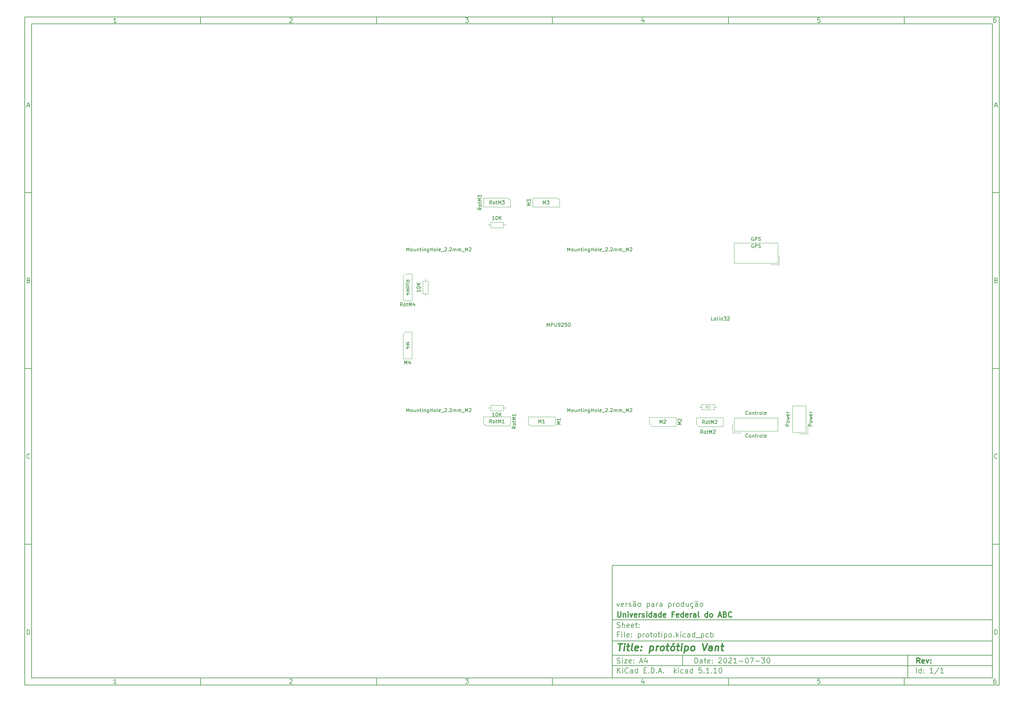
<source format=gbr>
%TF.GenerationSoftware,KiCad,Pcbnew,5.1.10*%
%TF.CreationDate,2021-08-11T12:17:18-03:00*%
%TF.ProjectId,prototipo,70726f74-6f74-4697-906f-2e6b69636164,rev?*%
%TF.SameCoordinates,Original*%
%TF.FileFunction,Other,Fab,Top*%
%FSLAX46Y46*%
G04 Gerber Fmt 4.6, Leading zero omitted, Abs format (unit mm)*
G04 Created by KiCad (PCBNEW 5.1.10) date 2021-08-11 12:17:18*
%MOMM*%
%LPD*%
G01*
G04 APERTURE LIST*
%ADD10C,0.100000*%
%ADD11C,0.150000*%
%ADD12C,0.300000*%
%ADD13C,0.400000*%
%ADD14C,0.108000*%
G04 APERTURE END LIST*
D10*
D11*
X177002200Y-166007200D02*
X177002200Y-198007200D01*
X285002200Y-198007200D01*
X285002200Y-166007200D01*
X177002200Y-166007200D01*
D10*
D11*
X10000000Y-10000000D02*
X10000000Y-200007200D01*
X287002200Y-200007200D01*
X287002200Y-10000000D01*
X10000000Y-10000000D01*
D10*
D11*
X12000000Y-12000000D02*
X12000000Y-198007200D01*
X285002200Y-198007200D01*
X285002200Y-12000000D01*
X12000000Y-12000000D01*
D10*
D11*
X60000000Y-12000000D02*
X60000000Y-10000000D01*
D10*
D11*
X110000000Y-12000000D02*
X110000000Y-10000000D01*
D10*
D11*
X160000000Y-12000000D02*
X160000000Y-10000000D01*
D10*
D11*
X210000000Y-12000000D02*
X210000000Y-10000000D01*
D10*
D11*
X260000000Y-12000000D02*
X260000000Y-10000000D01*
D10*
D11*
X36065476Y-11588095D02*
X35322619Y-11588095D01*
X35694047Y-11588095D02*
X35694047Y-10288095D01*
X35570238Y-10473809D01*
X35446428Y-10597619D01*
X35322619Y-10659523D01*
D10*
D11*
X85322619Y-10411904D02*
X85384523Y-10350000D01*
X85508333Y-10288095D01*
X85817857Y-10288095D01*
X85941666Y-10350000D01*
X86003571Y-10411904D01*
X86065476Y-10535714D01*
X86065476Y-10659523D01*
X86003571Y-10845238D01*
X85260714Y-11588095D01*
X86065476Y-11588095D01*
D10*
D11*
X135260714Y-10288095D02*
X136065476Y-10288095D01*
X135632142Y-10783333D01*
X135817857Y-10783333D01*
X135941666Y-10845238D01*
X136003571Y-10907142D01*
X136065476Y-11030952D01*
X136065476Y-11340476D01*
X136003571Y-11464285D01*
X135941666Y-11526190D01*
X135817857Y-11588095D01*
X135446428Y-11588095D01*
X135322619Y-11526190D01*
X135260714Y-11464285D01*
D10*
D11*
X185941666Y-10721428D02*
X185941666Y-11588095D01*
X185632142Y-10226190D02*
X185322619Y-11154761D01*
X186127380Y-11154761D01*
D10*
D11*
X236003571Y-10288095D02*
X235384523Y-10288095D01*
X235322619Y-10907142D01*
X235384523Y-10845238D01*
X235508333Y-10783333D01*
X235817857Y-10783333D01*
X235941666Y-10845238D01*
X236003571Y-10907142D01*
X236065476Y-11030952D01*
X236065476Y-11340476D01*
X236003571Y-11464285D01*
X235941666Y-11526190D01*
X235817857Y-11588095D01*
X235508333Y-11588095D01*
X235384523Y-11526190D01*
X235322619Y-11464285D01*
D10*
D11*
X285941666Y-10288095D02*
X285694047Y-10288095D01*
X285570238Y-10350000D01*
X285508333Y-10411904D01*
X285384523Y-10597619D01*
X285322619Y-10845238D01*
X285322619Y-11340476D01*
X285384523Y-11464285D01*
X285446428Y-11526190D01*
X285570238Y-11588095D01*
X285817857Y-11588095D01*
X285941666Y-11526190D01*
X286003571Y-11464285D01*
X286065476Y-11340476D01*
X286065476Y-11030952D01*
X286003571Y-10907142D01*
X285941666Y-10845238D01*
X285817857Y-10783333D01*
X285570238Y-10783333D01*
X285446428Y-10845238D01*
X285384523Y-10907142D01*
X285322619Y-11030952D01*
D10*
D11*
X60000000Y-198007200D02*
X60000000Y-200007200D01*
D10*
D11*
X110000000Y-198007200D02*
X110000000Y-200007200D01*
D10*
D11*
X160000000Y-198007200D02*
X160000000Y-200007200D01*
D10*
D11*
X210000000Y-198007200D02*
X210000000Y-200007200D01*
D10*
D11*
X260000000Y-198007200D02*
X260000000Y-200007200D01*
D10*
D11*
X36065476Y-199595295D02*
X35322619Y-199595295D01*
X35694047Y-199595295D02*
X35694047Y-198295295D01*
X35570238Y-198481009D01*
X35446428Y-198604819D01*
X35322619Y-198666723D01*
D10*
D11*
X85322619Y-198419104D02*
X85384523Y-198357200D01*
X85508333Y-198295295D01*
X85817857Y-198295295D01*
X85941666Y-198357200D01*
X86003571Y-198419104D01*
X86065476Y-198542914D01*
X86065476Y-198666723D01*
X86003571Y-198852438D01*
X85260714Y-199595295D01*
X86065476Y-199595295D01*
D10*
D11*
X135260714Y-198295295D02*
X136065476Y-198295295D01*
X135632142Y-198790533D01*
X135817857Y-198790533D01*
X135941666Y-198852438D01*
X136003571Y-198914342D01*
X136065476Y-199038152D01*
X136065476Y-199347676D01*
X136003571Y-199471485D01*
X135941666Y-199533390D01*
X135817857Y-199595295D01*
X135446428Y-199595295D01*
X135322619Y-199533390D01*
X135260714Y-199471485D01*
D10*
D11*
X185941666Y-198728628D02*
X185941666Y-199595295D01*
X185632142Y-198233390D02*
X185322619Y-199161961D01*
X186127380Y-199161961D01*
D10*
D11*
X236003571Y-198295295D02*
X235384523Y-198295295D01*
X235322619Y-198914342D01*
X235384523Y-198852438D01*
X235508333Y-198790533D01*
X235817857Y-198790533D01*
X235941666Y-198852438D01*
X236003571Y-198914342D01*
X236065476Y-199038152D01*
X236065476Y-199347676D01*
X236003571Y-199471485D01*
X235941666Y-199533390D01*
X235817857Y-199595295D01*
X235508333Y-199595295D01*
X235384523Y-199533390D01*
X235322619Y-199471485D01*
D10*
D11*
X285941666Y-198295295D02*
X285694047Y-198295295D01*
X285570238Y-198357200D01*
X285508333Y-198419104D01*
X285384523Y-198604819D01*
X285322619Y-198852438D01*
X285322619Y-199347676D01*
X285384523Y-199471485D01*
X285446428Y-199533390D01*
X285570238Y-199595295D01*
X285817857Y-199595295D01*
X285941666Y-199533390D01*
X286003571Y-199471485D01*
X286065476Y-199347676D01*
X286065476Y-199038152D01*
X286003571Y-198914342D01*
X285941666Y-198852438D01*
X285817857Y-198790533D01*
X285570238Y-198790533D01*
X285446428Y-198852438D01*
X285384523Y-198914342D01*
X285322619Y-199038152D01*
D10*
D11*
X10000000Y-60000000D02*
X12000000Y-60000000D01*
D10*
D11*
X10000000Y-110000000D02*
X12000000Y-110000000D01*
D10*
D11*
X10000000Y-160000000D02*
X12000000Y-160000000D01*
D10*
D11*
X10690476Y-35216666D02*
X11309523Y-35216666D01*
X10566666Y-35588095D02*
X11000000Y-34288095D01*
X11433333Y-35588095D01*
D10*
D11*
X11092857Y-84907142D02*
X11278571Y-84969047D01*
X11340476Y-85030952D01*
X11402380Y-85154761D01*
X11402380Y-85340476D01*
X11340476Y-85464285D01*
X11278571Y-85526190D01*
X11154761Y-85588095D01*
X10659523Y-85588095D01*
X10659523Y-84288095D01*
X11092857Y-84288095D01*
X11216666Y-84350000D01*
X11278571Y-84411904D01*
X11340476Y-84535714D01*
X11340476Y-84659523D01*
X11278571Y-84783333D01*
X11216666Y-84845238D01*
X11092857Y-84907142D01*
X10659523Y-84907142D01*
D10*
D11*
X11402380Y-135464285D02*
X11340476Y-135526190D01*
X11154761Y-135588095D01*
X11030952Y-135588095D01*
X10845238Y-135526190D01*
X10721428Y-135402380D01*
X10659523Y-135278571D01*
X10597619Y-135030952D01*
X10597619Y-134845238D01*
X10659523Y-134597619D01*
X10721428Y-134473809D01*
X10845238Y-134350000D01*
X11030952Y-134288095D01*
X11154761Y-134288095D01*
X11340476Y-134350000D01*
X11402380Y-134411904D01*
D10*
D11*
X10659523Y-185588095D02*
X10659523Y-184288095D01*
X10969047Y-184288095D01*
X11154761Y-184350000D01*
X11278571Y-184473809D01*
X11340476Y-184597619D01*
X11402380Y-184845238D01*
X11402380Y-185030952D01*
X11340476Y-185278571D01*
X11278571Y-185402380D01*
X11154761Y-185526190D01*
X10969047Y-185588095D01*
X10659523Y-185588095D01*
D10*
D11*
X287002200Y-60000000D02*
X285002200Y-60000000D01*
D10*
D11*
X287002200Y-110000000D02*
X285002200Y-110000000D01*
D10*
D11*
X287002200Y-160000000D02*
X285002200Y-160000000D01*
D10*
D11*
X285692676Y-35216666D02*
X286311723Y-35216666D01*
X285568866Y-35588095D02*
X286002200Y-34288095D01*
X286435533Y-35588095D01*
D10*
D11*
X286095057Y-84907142D02*
X286280771Y-84969047D01*
X286342676Y-85030952D01*
X286404580Y-85154761D01*
X286404580Y-85340476D01*
X286342676Y-85464285D01*
X286280771Y-85526190D01*
X286156961Y-85588095D01*
X285661723Y-85588095D01*
X285661723Y-84288095D01*
X286095057Y-84288095D01*
X286218866Y-84350000D01*
X286280771Y-84411904D01*
X286342676Y-84535714D01*
X286342676Y-84659523D01*
X286280771Y-84783333D01*
X286218866Y-84845238D01*
X286095057Y-84907142D01*
X285661723Y-84907142D01*
D10*
D11*
X286404580Y-135464285D02*
X286342676Y-135526190D01*
X286156961Y-135588095D01*
X286033152Y-135588095D01*
X285847438Y-135526190D01*
X285723628Y-135402380D01*
X285661723Y-135278571D01*
X285599819Y-135030952D01*
X285599819Y-134845238D01*
X285661723Y-134597619D01*
X285723628Y-134473809D01*
X285847438Y-134350000D01*
X286033152Y-134288095D01*
X286156961Y-134288095D01*
X286342676Y-134350000D01*
X286404580Y-134411904D01*
D10*
D11*
X285661723Y-185588095D02*
X285661723Y-184288095D01*
X285971247Y-184288095D01*
X286156961Y-184350000D01*
X286280771Y-184473809D01*
X286342676Y-184597619D01*
X286404580Y-184845238D01*
X286404580Y-185030952D01*
X286342676Y-185278571D01*
X286280771Y-185402380D01*
X286156961Y-185526190D01*
X285971247Y-185588095D01*
X285661723Y-185588095D01*
D10*
D11*
X200434342Y-193785771D02*
X200434342Y-192285771D01*
X200791485Y-192285771D01*
X201005771Y-192357200D01*
X201148628Y-192500057D01*
X201220057Y-192642914D01*
X201291485Y-192928628D01*
X201291485Y-193142914D01*
X201220057Y-193428628D01*
X201148628Y-193571485D01*
X201005771Y-193714342D01*
X200791485Y-193785771D01*
X200434342Y-193785771D01*
X202577200Y-193785771D02*
X202577200Y-193000057D01*
X202505771Y-192857200D01*
X202362914Y-192785771D01*
X202077200Y-192785771D01*
X201934342Y-192857200D01*
X202577200Y-193714342D02*
X202434342Y-193785771D01*
X202077200Y-193785771D01*
X201934342Y-193714342D01*
X201862914Y-193571485D01*
X201862914Y-193428628D01*
X201934342Y-193285771D01*
X202077200Y-193214342D01*
X202434342Y-193214342D01*
X202577200Y-193142914D01*
X203077200Y-192785771D02*
X203648628Y-192785771D01*
X203291485Y-192285771D02*
X203291485Y-193571485D01*
X203362914Y-193714342D01*
X203505771Y-193785771D01*
X203648628Y-193785771D01*
X204720057Y-193714342D02*
X204577200Y-193785771D01*
X204291485Y-193785771D01*
X204148628Y-193714342D01*
X204077200Y-193571485D01*
X204077200Y-193000057D01*
X204148628Y-192857200D01*
X204291485Y-192785771D01*
X204577200Y-192785771D01*
X204720057Y-192857200D01*
X204791485Y-193000057D01*
X204791485Y-193142914D01*
X204077200Y-193285771D01*
X205434342Y-193642914D02*
X205505771Y-193714342D01*
X205434342Y-193785771D01*
X205362914Y-193714342D01*
X205434342Y-193642914D01*
X205434342Y-193785771D01*
X205434342Y-192857200D02*
X205505771Y-192928628D01*
X205434342Y-193000057D01*
X205362914Y-192928628D01*
X205434342Y-192857200D01*
X205434342Y-193000057D01*
X207220057Y-192428628D02*
X207291485Y-192357200D01*
X207434342Y-192285771D01*
X207791485Y-192285771D01*
X207934342Y-192357200D01*
X208005771Y-192428628D01*
X208077200Y-192571485D01*
X208077200Y-192714342D01*
X208005771Y-192928628D01*
X207148628Y-193785771D01*
X208077200Y-193785771D01*
X209005771Y-192285771D02*
X209148628Y-192285771D01*
X209291485Y-192357200D01*
X209362914Y-192428628D01*
X209434342Y-192571485D01*
X209505771Y-192857200D01*
X209505771Y-193214342D01*
X209434342Y-193500057D01*
X209362914Y-193642914D01*
X209291485Y-193714342D01*
X209148628Y-193785771D01*
X209005771Y-193785771D01*
X208862914Y-193714342D01*
X208791485Y-193642914D01*
X208720057Y-193500057D01*
X208648628Y-193214342D01*
X208648628Y-192857200D01*
X208720057Y-192571485D01*
X208791485Y-192428628D01*
X208862914Y-192357200D01*
X209005771Y-192285771D01*
X210077200Y-192428628D02*
X210148628Y-192357200D01*
X210291485Y-192285771D01*
X210648628Y-192285771D01*
X210791485Y-192357200D01*
X210862914Y-192428628D01*
X210934342Y-192571485D01*
X210934342Y-192714342D01*
X210862914Y-192928628D01*
X210005771Y-193785771D01*
X210934342Y-193785771D01*
X212362914Y-193785771D02*
X211505771Y-193785771D01*
X211934342Y-193785771D02*
X211934342Y-192285771D01*
X211791485Y-192500057D01*
X211648628Y-192642914D01*
X211505771Y-192714342D01*
X213005771Y-193214342D02*
X214148628Y-193214342D01*
X215148628Y-192285771D02*
X215291485Y-192285771D01*
X215434342Y-192357200D01*
X215505771Y-192428628D01*
X215577200Y-192571485D01*
X215648628Y-192857200D01*
X215648628Y-193214342D01*
X215577200Y-193500057D01*
X215505771Y-193642914D01*
X215434342Y-193714342D01*
X215291485Y-193785771D01*
X215148628Y-193785771D01*
X215005771Y-193714342D01*
X214934342Y-193642914D01*
X214862914Y-193500057D01*
X214791485Y-193214342D01*
X214791485Y-192857200D01*
X214862914Y-192571485D01*
X214934342Y-192428628D01*
X215005771Y-192357200D01*
X215148628Y-192285771D01*
X216148628Y-192285771D02*
X217148628Y-192285771D01*
X216505771Y-193785771D01*
X217720057Y-193214342D02*
X218862914Y-193214342D01*
X219434342Y-192285771D02*
X220362914Y-192285771D01*
X219862914Y-192857200D01*
X220077200Y-192857200D01*
X220220057Y-192928628D01*
X220291485Y-193000057D01*
X220362914Y-193142914D01*
X220362914Y-193500057D01*
X220291485Y-193642914D01*
X220220057Y-193714342D01*
X220077200Y-193785771D01*
X219648628Y-193785771D01*
X219505771Y-193714342D01*
X219434342Y-193642914D01*
X221291485Y-192285771D02*
X221434342Y-192285771D01*
X221577200Y-192357200D01*
X221648628Y-192428628D01*
X221720057Y-192571485D01*
X221791485Y-192857200D01*
X221791485Y-193214342D01*
X221720057Y-193500057D01*
X221648628Y-193642914D01*
X221577200Y-193714342D01*
X221434342Y-193785771D01*
X221291485Y-193785771D01*
X221148628Y-193714342D01*
X221077200Y-193642914D01*
X221005771Y-193500057D01*
X220934342Y-193214342D01*
X220934342Y-192857200D01*
X221005771Y-192571485D01*
X221077200Y-192428628D01*
X221148628Y-192357200D01*
X221291485Y-192285771D01*
D10*
D11*
X177002200Y-194507200D02*
X285002200Y-194507200D01*
D10*
D11*
X178434342Y-196585771D02*
X178434342Y-195085771D01*
X179291485Y-196585771D02*
X178648628Y-195728628D01*
X179291485Y-195085771D02*
X178434342Y-195942914D01*
X179934342Y-196585771D02*
X179934342Y-195585771D01*
X179934342Y-195085771D02*
X179862914Y-195157200D01*
X179934342Y-195228628D01*
X180005771Y-195157200D01*
X179934342Y-195085771D01*
X179934342Y-195228628D01*
X181505771Y-196442914D02*
X181434342Y-196514342D01*
X181220057Y-196585771D01*
X181077200Y-196585771D01*
X180862914Y-196514342D01*
X180720057Y-196371485D01*
X180648628Y-196228628D01*
X180577200Y-195942914D01*
X180577200Y-195728628D01*
X180648628Y-195442914D01*
X180720057Y-195300057D01*
X180862914Y-195157200D01*
X181077200Y-195085771D01*
X181220057Y-195085771D01*
X181434342Y-195157200D01*
X181505771Y-195228628D01*
X182791485Y-196585771D02*
X182791485Y-195800057D01*
X182720057Y-195657200D01*
X182577200Y-195585771D01*
X182291485Y-195585771D01*
X182148628Y-195657200D01*
X182791485Y-196514342D02*
X182648628Y-196585771D01*
X182291485Y-196585771D01*
X182148628Y-196514342D01*
X182077200Y-196371485D01*
X182077200Y-196228628D01*
X182148628Y-196085771D01*
X182291485Y-196014342D01*
X182648628Y-196014342D01*
X182791485Y-195942914D01*
X184148628Y-196585771D02*
X184148628Y-195085771D01*
X184148628Y-196514342D02*
X184005771Y-196585771D01*
X183720057Y-196585771D01*
X183577200Y-196514342D01*
X183505771Y-196442914D01*
X183434342Y-196300057D01*
X183434342Y-195871485D01*
X183505771Y-195728628D01*
X183577200Y-195657200D01*
X183720057Y-195585771D01*
X184005771Y-195585771D01*
X184148628Y-195657200D01*
X186005771Y-195800057D02*
X186505771Y-195800057D01*
X186720057Y-196585771D02*
X186005771Y-196585771D01*
X186005771Y-195085771D01*
X186720057Y-195085771D01*
X187362914Y-196442914D02*
X187434342Y-196514342D01*
X187362914Y-196585771D01*
X187291485Y-196514342D01*
X187362914Y-196442914D01*
X187362914Y-196585771D01*
X188077200Y-196585771D02*
X188077200Y-195085771D01*
X188434342Y-195085771D01*
X188648628Y-195157200D01*
X188791485Y-195300057D01*
X188862914Y-195442914D01*
X188934342Y-195728628D01*
X188934342Y-195942914D01*
X188862914Y-196228628D01*
X188791485Y-196371485D01*
X188648628Y-196514342D01*
X188434342Y-196585771D01*
X188077200Y-196585771D01*
X189577200Y-196442914D02*
X189648628Y-196514342D01*
X189577200Y-196585771D01*
X189505771Y-196514342D01*
X189577200Y-196442914D01*
X189577200Y-196585771D01*
X190220057Y-196157200D02*
X190934342Y-196157200D01*
X190077200Y-196585771D02*
X190577200Y-195085771D01*
X191077200Y-196585771D01*
X191577200Y-196442914D02*
X191648628Y-196514342D01*
X191577200Y-196585771D01*
X191505771Y-196514342D01*
X191577200Y-196442914D01*
X191577200Y-196585771D01*
X194577200Y-196585771D02*
X194577200Y-195085771D01*
X194720057Y-196014342D02*
X195148628Y-196585771D01*
X195148628Y-195585771D02*
X194577200Y-196157200D01*
X195791485Y-196585771D02*
X195791485Y-195585771D01*
X195791485Y-195085771D02*
X195720057Y-195157200D01*
X195791485Y-195228628D01*
X195862914Y-195157200D01*
X195791485Y-195085771D01*
X195791485Y-195228628D01*
X197148628Y-196514342D02*
X197005771Y-196585771D01*
X196720057Y-196585771D01*
X196577200Y-196514342D01*
X196505771Y-196442914D01*
X196434342Y-196300057D01*
X196434342Y-195871485D01*
X196505771Y-195728628D01*
X196577200Y-195657200D01*
X196720057Y-195585771D01*
X197005771Y-195585771D01*
X197148628Y-195657200D01*
X198434342Y-196585771D02*
X198434342Y-195800057D01*
X198362914Y-195657200D01*
X198220057Y-195585771D01*
X197934342Y-195585771D01*
X197791485Y-195657200D01*
X198434342Y-196514342D02*
X198291485Y-196585771D01*
X197934342Y-196585771D01*
X197791485Y-196514342D01*
X197720057Y-196371485D01*
X197720057Y-196228628D01*
X197791485Y-196085771D01*
X197934342Y-196014342D01*
X198291485Y-196014342D01*
X198434342Y-195942914D01*
X199791485Y-196585771D02*
X199791485Y-195085771D01*
X199791485Y-196514342D02*
X199648628Y-196585771D01*
X199362914Y-196585771D01*
X199220057Y-196514342D01*
X199148628Y-196442914D01*
X199077200Y-196300057D01*
X199077200Y-195871485D01*
X199148628Y-195728628D01*
X199220057Y-195657200D01*
X199362914Y-195585771D01*
X199648628Y-195585771D01*
X199791485Y-195657200D01*
X202362914Y-195085771D02*
X201648628Y-195085771D01*
X201577200Y-195800057D01*
X201648628Y-195728628D01*
X201791485Y-195657200D01*
X202148628Y-195657200D01*
X202291485Y-195728628D01*
X202362914Y-195800057D01*
X202434342Y-195942914D01*
X202434342Y-196300057D01*
X202362914Y-196442914D01*
X202291485Y-196514342D01*
X202148628Y-196585771D01*
X201791485Y-196585771D01*
X201648628Y-196514342D01*
X201577200Y-196442914D01*
X203077200Y-196442914D02*
X203148628Y-196514342D01*
X203077200Y-196585771D01*
X203005771Y-196514342D01*
X203077200Y-196442914D01*
X203077200Y-196585771D01*
X204577200Y-196585771D02*
X203720057Y-196585771D01*
X204148628Y-196585771D02*
X204148628Y-195085771D01*
X204005771Y-195300057D01*
X203862914Y-195442914D01*
X203720057Y-195514342D01*
X205220057Y-196442914D02*
X205291485Y-196514342D01*
X205220057Y-196585771D01*
X205148628Y-196514342D01*
X205220057Y-196442914D01*
X205220057Y-196585771D01*
X206720057Y-196585771D02*
X205862914Y-196585771D01*
X206291485Y-196585771D02*
X206291485Y-195085771D01*
X206148628Y-195300057D01*
X206005771Y-195442914D01*
X205862914Y-195514342D01*
X207648628Y-195085771D02*
X207791485Y-195085771D01*
X207934342Y-195157200D01*
X208005771Y-195228628D01*
X208077200Y-195371485D01*
X208148628Y-195657200D01*
X208148628Y-196014342D01*
X208077200Y-196300057D01*
X208005771Y-196442914D01*
X207934342Y-196514342D01*
X207791485Y-196585771D01*
X207648628Y-196585771D01*
X207505771Y-196514342D01*
X207434342Y-196442914D01*
X207362914Y-196300057D01*
X207291485Y-196014342D01*
X207291485Y-195657200D01*
X207362914Y-195371485D01*
X207434342Y-195228628D01*
X207505771Y-195157200D01*
X207648628Y-195085771D01*
D10*
D11*
X177002200Y-191507200D02*
X285002200Y-191507200D01*
D10*
D12*
X264411485Y-193785771D02*
X263911485Y-193071485D01*
X263554342Y-193785771D02*
X263554342Y-192285771D01*
X264125771Y-192285771D01*
X264268628Y-192357200D01*
X264340057Y-192428628D01*
X264411485Y-192571485D01*
X264411485Y-192785771D01*
X264340057Y-192928628D01*
X264268628Y-193000057D01*
X264125771Y-193071485D01*
X263554342Y-193071485D01*
X265625771Y-193714342D02*
X265482914Y-193785771D01*
X265197200Y-193785771D01*
X265054342Y-193714342D01*
X264982914Y-193571485D01*
X264982914Y-193000057D01*
X265054342Y-192857200D01*
X265197200Y-192785771D01*
X265482914Y-192785771D01*
X265625771Y-192857200D01*
X265697200Y-193000057D01*
X265697200Y-193142914D01*
X264982914Y-193285771D01*
X266197200Y-192785771D02*
X266554342Y-193785771D01*
X266911485Y-192785771D01*
X267482914Y-193642914D02*
X267554342Y-193714342D01*
X267482914Y-193785771D01*
X267411485Y-193714342D01*
X267482914Y-193642914D01*
X267482914Y-193785771D01*
X267482914Y-192857200D02*
X267554342Y-192928628D01*
X267482914Y-193000057D01*
X267411485Y-192928628D01*
X267482914Y-192857200D01*
X267482914Y-193000057D01*
D10*
D11*
X178362914Y-193714342D02*
X178577200Y-193785771D01*
X178934342Y-193785771D01*
X179077200Y-193714342D01*
X179148628Y-193642914D01*
X179220057Y-193500057D01*
X179220057Y-193357200D01*
X179148628Y-193214342D01*
X179077200Y-193142914D01*
X178934342Y-193071485D01*
X178648628Y-193000057D01*
X178505771Y-192928628D01*
X178434342Y-192857200D01*
X178362914Y-192714342D01*
X178362914Y-192571485D01*
X178434342Y-192428628D01*
X178505771Y-192357200D01*
X178648628Y-192285771D01*
X179005771Y-192285771D01*
X179220057Y-192357200D01*
X179862914Y-193785771D02*
X179862914Y-192785771D01*
X179862914Y-192285771D02*
X179791485Y-192357200D01*
X179862914Y-192428628D01*
X179934342Y-192357200D01*
X179862914Y-192285771D01*
X179862914Y-192428628D01*
X180434342Y-192785771D02*
X181220057Y-192785771D01*
X180434342Y-193785771D01*
X181220057Y-193785771D01*
X182362914Y-193714342D02*
X182220057Y-193785771D01*
X181934342Y-193785771D01*
X181791485Y-193714342D01*
X181720057Y-193571485D01*
X181720057Y-193000057D01*
X181791485Y-192857200D01*
X181934342Y-192785771D01*
X182220057Y-192785771D01*
X182362914Y-192857200D01*
X182434342Y-193000057D01*
X182434342Y-193142914D01*
X181720057Y-193285771D01*
X183077200Y-193642914D02*
X183148628Y-193714342D01*
X183077200Y-193785771D01*
X183005771Y-193714342D01*
X183077200Y-193642914D01*
X183077200Y-193785771D01*
X183077200Y-192857200D02*
X183148628Y-192928628D01*
X183077200Y-193000057D01*
X183005771Y-192928628D01*
X183077200Y-192857200D01*
X183077200Y-193000057D01*
X184862914Y-193357200D02*
X185577200Y-193357200D01*
X184720057Y-193785771D02*
X185220057Y-192285771D01*
X185720057Y-193785771D01*
X186862914Y-192785771D02*
X186862914Y-193785771D01*
X186505771Y-192214342D02*
X186148628Y-193285771D01*
X187077200Y-193285771D01*
D10*
D11*
X263434342Y-196585771D02*
X263434342Y-195085771D01*
X264791485Y-196585771D02*
X264791485Y-195085771D01*
X264791485Y-196514342D02*
X264648628Y-196585771D01*
X264362914Y-196585771D01*
X264220057Y-196514342D01*
X264148628Y-196442914D01*
X264077200Y-196300057D01*
X264077200Y-195871485D01*
X264148628Y-195728628D01*
X264220057Y-195657200D01*
X264362914Y-195585771D01*
X264648628Y-195585771D01*
X264791485Y-195657200D01*
X265505771Y-196442914D02*
X265577200Y-196514342D01*
X265505771Y-196585771D01*
X265434342Y-196514342D01*
X265505771Y-196442914D01*
X265505771Y-196585771D01*
X265505771Y-195657200D02*
X265577200Y-195728628D01*
X265505771Y-195800057D01*
X265434342Y-195728628D01*
X265505771Y-195657200D01*
X265505771Y-195800057D01*
X268148628Y-196585771D02*
X267291485Y-196585771D01*
X267720057Y-196585771D02*
X267720057Y-195085771D01*
X267577200Y-195300057D01*
X267434342Y-195442914D01*
X267291485Y-195514342D01*
X269862914Y-195014342D02*
X268577200Y-196942914D01*
X271148628Y-196585771D02*
X270291485Y-196585771D01*
X270720057Y-196585771D02*
X270720057Y-195085771D01*
X270577200Y-195300057D01*
X270434342Y-195442914D01*
X270291485Y-195514342D01*
D10*
D11*
X177002200Y-187507200D02*
X285002200Y-187507200D01*
D10*
D13*
X178714580Y-188211961D02*
X179857438Y-188211961D01*
X179036009Y-190211961D02*
X179286009Y-188211961D01*
X180274104Y-190211961D02*
X180440771Y-188878628D01*
X180524104Y-188211961D02*
X180416961Y-188307200D01*
X180500295Y-188402438D01*
X180607438Y-188307200D01*
X180524104Y-188211961D01*
X180500295Y-188402438D01*
X181107438Y-188878628D02*
X181869342Y-188878628D01*
X181476485Y-188211961D02*
X181262200Y-189926247D01*
X181333628Y-190116723D01*
X181512200Y-190211961D01*
X181702676Y-190211961D01*
X182655057Y-190211961D02*
X182476485Y-190116723D01*
X182405057Y-189926247D01*
X182619342Y-188211961D01*
X184190771Y-190116723D02*
X183988390Y-190211961D01*
X183607438Y-190211961D01*
X183428866Y-190116723D01*
X183357438Y-189926247D01*
X183452676Y-189164342D01*
X183571723Y-188973866D01*
X183774104Y-188878628D01*
X184155057Y-188878628D01*
X184333628Y-188973866D01*
X184405057Y-189164342D01*
X184381247Y-189354819D01*
X183405057Y-189545295D01*
X185155057Y-190021485D02*
X185238390Y-190116723D01*
X185131247Y-190211961D01*
X185047914Y-190116723D01*
X185155057Y-190021485D01*
X185131247Y-190211961D01*
X185286009Y-188973866D02*
X185369342Y-189069104D01*
X185262200Y-189164342D01*
X185178866Y-189069104D01*
X185286009Y-188973866D01*
X185262200Y-189164342D01*
X187774104Y-188878628D02*
X187524104Y-190878628D01*
X187762200Y-188973866D02*
X187964580Y-188878628D01*
X188345533Y-188878628D01*
X188524104Y-188973866D01*
X188607438Y-189069104D01*
X188678866Y-189259580D01*
X188607438Y-189831009D01*
X188488390Y-190021485D01*
X188381247Y-190116723D01*
X188178866Y-190211961D01*
X187797914Y-190211961D01*
X187619342Y-190116723D01*
X189416961Y-190211961D02*
X189583628Y-188878628D01*
X189536009Y-189259580D02*
X189655057Y-189069104D01*
X189762200Y-188973866D01*
X189964580Y-188878628D01*
X190155057Y-188878628D01*
X190940771Y-190211961D02*
X190762200Y-190116723D01*
X190678866Y-190021485D01*
X190607438Y-189831009D01*
X190678866Y-189259580D01*
X190797914Y-189069104D01*
X190905057Y-188973866D01*
X191107438Y-188878628D01*
X191393152Y-188878628D01*
X191571723Y-188973866D01*
X191655057Y-189069104D01*
X191726485Y-189259580D01*
X191655057Y-189831009D01*
X191536009Y-190021485D01*
X191428866Y-190116723D01*
X191226485Y-190211961D01*
X190940771Y-190211961D01*
X192345533Y-188878628D02*
X193107438Y-188878628D01*
X192714580Y-188211961D02*
X192500295Y-189926247D01*
X192571723Y-190116723D01*
X192750295Y-190211961D01*
X192940771Y-190211961D01*
X193893152Y-190211961D02*
X193714580Y-190116723D01*
X193631247Y-190021485D01*
X193559819Y-189831009D01*
X193631247Y-189259580D01*
X193750295Y-189069104D01*
X193857438Y-188973866D01*
X194059819Y-188878628D01*
X194345533Y-188878628D01*
X194524104Y-188973866D01*
X194607438Y-189069104D01*
X194678866Y-189259580D01*
X194607438Y-189831009D01*
X194488390Y-190021485D01*
X194381247Y-190116723D01*
X194178866Y-190211961D01*
X193893152Y-190211961D01*
X194536009Y-188116723D02*
X194214580Y-188402438D01*
X195297914Y-188878628D02*
X196059819Y-188878628D01*
X195666961Y-188211961D02*
X195452676Y-189926247D01*
X195524104Y-190116723D01*
X195702676Y-190211961D01*
X195893152Y-190211961D01*
X196559819Y-190211961D02*
X196726485Y-188878628D01*
X196809819Y-188211961D02*
X196702676Y-188307200D01*
X196786009Y-188402438D01*
X196893152Y-188307200D01*
X196809819Y-188211961D01*
X196786009Y-188402438D01*
X197678866Y-188878628D02*
X197428866Y-190878628D01*
X197666961Y-188973866D02*
X197869342Y-188878628D01*
X198250295Y-188878628D01*
X198428866Y-188973866D01*
X198512200Y-189069104D01*
X198583628Y-189259580D01*
X198512200Y-189831009D01*
X198393152Y-190021485D01*
X198286009Y-190116723D01*
X198083628Y-190211961D01*
X197702676Y-190211961D01*
X197524104Y-190116723D01*
X199607438Y-190211961D02*
X199428866Y-190116723D01*
X199345533Y-190021485D01*
X199274104Y-189831009D01*
X199345533Y-189259580D01*
X199464580Y-189069104D01*
X199571723Y-188973866D01*
X199774104Y-188878628D01*
X200059819Y-188878628D01*
X200238390Y-188973866D01*
X200321723Y-189069104D01*
X200393152Y-189259580D01*
X200321723Y-189831009D01*
X200202676Y-190021485D01*
X200095533Y-190116723D01*
X199893152Y-190211961D01*
X199607438Y-190211961D01*
X202619342Y-188211961D02*
X203036009Y-190211961D01*
X203952676Y-188211961D01*
X205226485Y-190211961D02*
X205357438Y-189164342D01*
X205286009Y-188973866D01*
X205107438Y-188878628D01*
X204726485Y-188878628D01*
X204524104Y-188973866D01*
X205238390Y-190116723D02*
X205036009Y-190211961D01*
X204559819Y-190211961D01*
X204381247Y-190116723D01*
X204309819Y-189926247D01*
X204333628Y-189735771D01*
X204452676Y-189545295D01*
X204655057Y-189450057D01*
X205131247Y-189450057D01*
X205333628Y-189354819D01*
X206345533Y-188878628D02*
X206178866Y-190211961D01*
X206321723Y-189069104D02*
X206428866Y-188973866D01*
X206631247Y-188878628D01*
X206916961Y-188878628D01*
X207095533Y-188973866D01*
X207166961Y-189164342D01*
X207036009Y-190211961D01*
X207869342Y-188878628D02*
X208631247Y-188878628D01*
X208238390Y-188211961D02*
X208024104Y-189926247D01*
X208095533Y-190116723D01*
X208274104Y-190211961D01*
X208464580Y-190211961D01*
D10*
D11*
X178934342Y-185600057D02*
X178434342Y-185600057D01*
X178434342Y-186385771D02*
X178434342Y-184885771D01*
X179148628Y-184885771D01*
X179720057Y-186385771D02*
X179720057Y-185385771D01*
X179720057Y-184885771D02*
X179648628Y-184957200D01*
X179720057Y-185028628D01*
X179791485Y-184957200D01*
X179720057Y-184885771D01*
X179720057Y-185028628D01*
X180648628Y-186385771D02*
X180505771Y-186314342D01*
X180434342Y-186171485D01*
X180434342Y-184885771D01*
X181791485Y-186314342D02*
X181648628Y-186385771D01*
X181362914Y-186385771D01*
X181220057Y-186314342D01*
X181148628Y-186171485D01*
X181148628Y-185600057D01*
X181220057Y-185457200D01*
X181362914Y-185385771D01*
X181648628Y-185385771D01*
X181791485Y-185457200D01*
X181862914Y-185600057D01*
X181862914Y-185742914D01*
X181148628Y-185885771D01*
X182505771Y-186242914D02*
X182577200Y-186314342D01*
X182505771Y-186385771D01*
X182434342Y-186314342D01*
X182505771Y-186242914D01*
X182505771Y-186385771D01*
X182505771Y-185457200D02*
X182577200Y-185528628D01*
X182505771Y-185600057D01*
X182434342Y-185528628D01*
X182505771Y-185457200D01*
X182505771Y-185600057D01*
X184362914Y-185385771D02*
X184362914Y-186885771D01*
X184362914Y-185457200D02*
X184505771Y-185385771D01*
X184791485Y-185385771D01*
X184934342Y-185457200D01*
X185005771Y-185528628D01*
X185077200Y-185671485D01*
X185077200Y-186100057D01*
X185005771Y-186242914D01*
X184934342Y-186314342D01*
X184791485Y-186385771D01*
X184505771Y-186385771D01*
X184362914Y-186314342D01*
X185720057Y-186385771D02*
X185720057Y-185385771D01*
X185720057Y-185671485D02*
X185791485Y-185528628D01*
X185862914Y-185457200D01*
X186005771Y-185385771D01*
X186148628Y-185385771D01*
X186862914Y-186385771D02*
X186720057Y-186314342D01*
X186648628Y-186242914D01*
X186577200Y-186100057D01*
X186577200Y-185671485D01*
X186648628Y-185528628D01*
X186720057Y-185457200D01*
X186862914Y-185385771D01*
X187077200Y-185385771D01*
X187220057Y-185457200D01*
X187291485Y-185528628D01*
X187362914Y-185671485D01*
X187362914Y-186100057D01*
X187291485Y-186242914D01*
X187220057Y-186314342D01*
X187077200Y-186385771D01*
X186862914Y-186385771D01*
X187791485Y-185385771D02*
X188362914Y-185385771D01*
X188005771Y-184885771D02*
X188005771Y-186171485D01*
X188077200Y-186314342D01*
X188220057Y-186385771D01*
X188362914Y-186385771D01*
X189077200Y-186385771D02*
X188934342Y-186314342D01*
X188862914Y-186242914D01*
X188791485Y-186100057D01*
X188791485Y-185671485D01*
X188862914Y-185528628D01*
X188934342Y-185457200D01*
X189077200Y-185385771D01*
X189291485Y-185385771D01*
X189434342Y-185457200D01*
X189505771Y-185528628D01*
X189577200Y-185671485D01*
X189577200Y-186100057D01*
X189505771Y-186242914D01*
X189434342Y-186314342D01*
X189291485Y-186385771D01*
X189077200Y-186385771D01*
X190005771Y-185385771D02*
X190577200Y-185385771D01*
X190220057Y-184885771D02*
X190220057Y-186171485D01*
X190291485Y-186314342D01*
X190434342Y-186385771D01*
X190577200Y-186385771D01*
X191077200Y-186385771D02*
X191077200Y-185385771D01*
X191077200Y-184885771D02*
X191005771Y-184957200D01*
X191077200Y-185028628D01*
X191148628Y-184957200D01*
X191077200Y-184885771D01*
X191077200Y-185028628D01*
X191791485Y-185385771D02*
X191791485Y-186885771D01*
X191791485Y-185457200D02*
X191934342Y-185385771D01*
X192220057Y-185385771D01*
X192362914Y-185457200D01*
X192434342Y-185528628D01*
X192505771Y-185671485D01*
X192505771Y-186100057D01*
X192434342Y-186242914D01*
X192362914Y-186314342D01*
X192220057Y-186385771D01*
X191934342Y-186385771D01*
X191791485Y-186314342D01*
X193362914Y-186385771D02*
X193220057Y-186314342D01*
X193148628Y-186242914D01*
X193077200Y-186100057D01*
X193077200Y-185671485D01*
X193148628Y-185528628D01*
X193220057Y-185457200D01*
X193362914Y-185385771D01*
X193577200Y-185385771D01*
X193720057Y-185457200D01*
X193791485Y-185528628D01*
X193862914Y-185671485D01*
X193862914Y-186100057D01*
X193791485Y-186242914D01*
X193720057Y-186314342D01*
X193577200Y-186385771D01*
X193362914Y-186385771D01*
X194505771Y-186242914D02*
X194577200Y-186314342D01*
X194505771Y-186385771D01*
X194434342Y-186314342D01*
X194505771Y-186242914D01*
X194505771Y-186385771D01*
X195220057Y-186385771D02*
X195220057Y-184885771D01*
X195362914Y-185814342D02*
X195791485Y-186385771D01*
X195791485Y-185385771D02*
X195220057Y-185957200D01*
X196434342Y-186385771D02*
X196434342Y-185385771D01*
X196434342Y-184885771D02*
X196362914Y-184957200D01*
X196434342Y-185028628D01*
X196505771Y-184957200D01*
X196434342Y-184885771D01*
X196434342Y-185028628D01*
X197791485Y-186314342D02*
X197648628Y-186385771D01*
X197362914Y-186385771D01*
X197220057Y-186314342D01*
X197148628Y-186242914D01*
X197077200Y-186100057D01*
X197077200Y-185671485D01*
X197148628Y-185528628D01*
X197220057Y-185457200D01*
X197362914Y-185385771D01*
X197648628Y-185385771D01*
X197791485Y-185457200D01*
X199077200Y-186385771D02*
X199077200Y-185600057D01*
X199005771Y-185457200D01*
X198862914Y-185385771D01*
X198577200Y-185385771D01*
X198434342Y-185457200D01*
X199077200Y-186314342D02*
X198934342Y-186385771D01*
X198577200Y-186385771D01*
X198434342Y-186314342D01*
X198362914Y-186171485D01*
X198362914Y-186028628D01*
X198434342Y-185885771D01*
X198577200Y-185814342D01*
X198934342Y-185814342D01*
X199077200Y-185742914D01*
X200434342Y-186385771D02*
X200434342Y-184885771D01*
X200434342Y-186314342D02*
X200291485Y-186385771D01*
X200005771Y-186385771D01*
X199862914Y-186314342D01*
X199791485Y-186242914D01*
X199720057Y-186100057D01*
X199720057Y-185671485D01*
X199791485Y-185528628D01*
X199862914Y-185457200D01*
X200005771Y-185385771D01*
X200291485Y-185385771D01*
X200434342Y-185457200D01*
X200791485Y-186528628D02*
X201934342Y-186528628D01*
X202291485Y-185385771D02*
X202291485Y-186885771D01*
X202291485Y-185457200D02*
X202434342Y-185385771D01*
X202720057Y-185385771D01*
X202862914Y-185457200D01*
X202934342Y-185528628D01*
X203005771Y-185671485D01*
X203005771Y-186100057D01*
X202934342Y-186242914D01*
X202862914Y-186314342D01*
X202720057Y-186385771D01*
X202434342Y-186385771D01*
X202291485Y-186314342D01*
X204291485Y-186314342D02*
X204148628Y-186385771D01*
X203862914Y-186385771D01*
X203720057Y-186314342D01*
X203648628Y-186242914D01*
X203577200Y-186100057D01*
X203577200Y-185671485D01*
X203648628Y-185528628D01*
X203720057Y-185457200D01*
X203862914Y-185385771D01*
X204148628Y-185385771D01*
X204291485Y-185457200D01*
X204934342Y-186385771D02*
X204934342Y-184885771D01*
X204934342Y-185457200D02*
X205077200Y-185385771D01*
X205362914Y-185385771D01*
X205505771Y-185457200D01*
X205577200Y-185528628D01*
X205648628Y-185671485D01*
X205648628Y-186100057D01*
X205577200Y-186242914D01*
X205505771Y-186314342D01*
X205362914Y-186385771D01*
X205077200Y-186385771D01*
X204934342Y-186314342D01*
D10*
D11*
X177002200Y-181507200D02*
X285002200Y-181507200D01*
D10*
D11*
X178362914Y-183614342D02*
X178577200Y-183685771D01*
X178934342Y-183685771D01*
X179077200Y-183614342D01*
X179148628Y-183542914D01*
X179220057Y-183400057D01*
X179220057Y-183257200D01*
X179148628Y-183114342D01*
X179077200Y-183042914D01*
X178934342Y-182971485D01*
X178648628Y-182900057D01*
X178505771Y-182828628D01*
X178434342Y-182757200D01*
X178362914Y-182614342D01*
X178362914Y-182471485D01*
X178434342Y-182328628D01*
X178505771Y-182257200D01*
X178648628Y-182185771D01*
X179005771Y-182185771D01*
X179220057Y-182257200D01*
X179862914Y-183685771D02*
X179862914Y-182185771D01*
X180505771Y-183685771D02*
X180505771Y-182900057D01*
X180434342Y-182757200D01*
X180291485Y-182685771D01*
X180077200Y-182685771D01*
X179934342Y-182757200D01*
X179862914Y-182828628D01*
X181791485Y-183614342D02*
X181648628Y-183685771D01*
X181362914Y-183685771D01*
X181220057Y-183614342D01*
X181148628Y-183471485D01*
X181148628Y-182900057D01*
X181220057Y-182757200D01*
X181362914Y-182685771D01*
X181648628Y-182685771D01*
X181791485Y-182757200D01*
X181862914Y-182900057D01*
X181862914Y-183042914D01*
X181148628Y-183185771D01*
X183077200Y-183614342D02*
X182934342Y-183685771D01*
X182648628Y-183685771D01*
X182505771Y-183614342D01*
X182434342Y-183471485D01*
X182434342Y-182900057D01*
X182505771Y-182757200D01*
X182648628Y-182685771D01*
X182934342Y-182685771D01*
X183077200Y-182757200D01*
X183148628Y-182900057D01*
X183148628Y-183042914D01*
X182434342Y-183185771D01*
X183577200Y-182685771D02*
X184148628Y-182685771D01*
X183791485Y-182185771D02*
X183791485Y-183471485D01*
X183862914Y-183614342D01*
X184005771Y-183685771D01*
X184148628Y-183685771D01*
X184648628Y-183542914D02*
X184720057Y-183614342D01*
X184648628Y-183685771D01*
X184577200Y-183614342D01*
X184648628Y-183542914D01*
X184648628Y-183685771D01*
X184648628Y-182757200D02*
X184720057Y-182828628D01*
X184648628Y-182900057D01*
X184577200Y-182828628D01*
X184648628Y-182757200D01*
X184648628Y-182900057D01*
D10*
D12*
X178554342Y-179185771D02*
X178554342Y-180400057D01*
X178625771Y-180542914D01*
X178697200Y-180614342D01*
X178840057Y-180685771D01*
X179125771Y-180685771D01*
X179268628Y-180614342D01*
X179340057Y-180542914D01*
X179411485Y-180400057D01*
X179411485Y-179185771D01*
X180125771Y-179685771D02*
X180125771Y-180685771D01*
X180125771Y-179828628D02*
X180197200Y-179757200D01*
X180340057Y-179685771D01*
X180554342Y-179685771D01*
X180697200Y-179757200D01*
X180768628Y-179900057D01*
X180768628Y-180685771D01*
X181482914Y-180685771D02*
X181482914Y-179685771D01*
X181482914Y-179185771D02*
X181411485Y-179257200D01*
X181482914Y-179328628D01*
X181554342Y-179257200D01*
X181482914Y-179185771D01*
X181482914Y-179328628D01*
X182054342Y-179685771D02*
X182411485Y-180685771D01*
X182768628Y-179685771D01*
X183911485Y-180614342D02*
X183768628Y-180685771D01*
X183482914Y-180685771D01*
X183340057Y-180614342D01*
X183268628Y-180471485D01*
X183268628Y-179900057D01*
X183340057Y-179757200D01*
X183482914Y-179685771D01*
X183768628Y-179685771D01*
X183911485Y-179757200D01*
X183982914Y-179900057D01*
X183982914Y-180042914D01*
X183268628Y-180185771D01*
X184625771Y-180685771D02*
X184625771Y-179685771D01*
X184625771Y-179971485D02*
X184697200Y-179828628D01*
X184768628Y-179757200D01*
X184911485Y-179685771D01*
X185054342Y-179685771D01*
X185482914Y-180614342D02*
X185625771Y-180685771D01*
X185911485Y-180685771D01*
X186054342Y-180614342D01*
X186125771Y-180471485D01*
X186125771Y-180400057D01*
X186054342Y-180257200D01*
X185911485Y-180185771D01*
X185697200Y-180185771D01*
X185554342Y-180114342D01*
X185482914Y-179971485D01*
X185482914Y-179900057D01*
X185554342Y-179757200D01*
X185697200Y-179685771D01*
X185911485Y-179685771D01*
X186054342Y-179757200D01*
X186768628Y-180685771D02*
X186768628Y-179685771D01*
X186768628Y-179185771D02*
X186697200Y-179257200D01*
X186768628Y-179328628D01*
X186840057Y-179257200D01*
X186768628Y-179185771D01*
X186768628Y-179328628D01*
X188125771Y-180685771D02*
X188125771Y-179185771D01*
X188125771Y-180614342D02*
X187982914Y-180685771D01*
X187697200Y-180685771D01*
X187554342Y-180614342D01*
X187482914Y-180542914D01*
X187411485Y-180400057D01*
X187411485Y-179971485D01*
X187482914Y-179828628D01*
X187554342Y-179757200D01*
X187697200Y-179685771D01*
X187982914Y-179685771D01*
X188125771Y-179757200D01*
X189482914Y-180685771D02*
X189482914Y-179900057D01*
X189411485Y-179757200D01*
X189268628Y-179685771D01*
X188982914Y-179685771D01*
X188840057Y-179757200D01*
X189482914Y-180614342D02*
X189340057Y-180685771D01*
X188982914Y-180685771D01*
X188840057Y-180614342D01*
X188768628Y-180471485D01*
X188768628Y-180328628D01*
X188840057Y-180185771D01*
X188982914Y-180114342D01*
X189340057Y-180114342D01*
X189482914Y-180042914D01*
X190840057Y-180685771D02*
X190840057Y-179185771D01*
X190840057Y-180614342D02*
X190697200Y-180685771D01*
X190411485Y-180685771D01*
X190268628Y-180614342D01*
X190197200Y-180542914D01*
X190125771Y-180400057D01*
X190125771Y-179971485D01*
X190197200Y-179828628D01*
X190268628Y-179757200D01*
X190411485Y-179685771D01*
X190697200Y-179685771D01*
X190840057Y-179757200D01*
X192125771Y-180614342D02*
X191982914Y-180685771D01*
X191697200Y-180685771D01*
X191554342Y-180614342D01*
X191482914Y-180471485D01*
X191482914Y-179900057D01*
X191554342Y-179757200D01*
X191697200Y-179685771D01*
X191982914Y-179685771D01*
X192125771Y-179757200D01*
X192197200Y-179900057D01*
X192197200Y-180042914D01*
X191482914Y-180185771D01*
X194482914Y-179900057D02*
X193982914Y-179900057D01*
X193982914Y-180685771D02*
X193982914Y-179185771D01*
X194697200Y-179185771D01*
X195840057Y-180614342D02*
X195697200Y-180685771D01*
X195411485Y-180685771D01*
X195268628Y-180614342D01*
X195197200Y-180471485D01*
X195197200Y-179900057D01*
X195268628Y-179757200D01*
X195411485Y-179685771D01*
X195697200Y-179685771D01*
X195840057Y-179757200D01*
X195911485Y-179900057D01*
X195911485Y-180042914D01*
X195197200Y-180185771D01*
X197197200Y-180685771D02*
X197197200Y-179185771D01*
X197197200Y-180614342D02*
X197054342Y-180685771D01*
X196768628Y-180685771D01*
X196625771Y-180614342D01*
X196554342Y-180542914D01*
X196482914Y-180400057D01*
X196482914Y-179971485D01*
X196554342Y-179828628D01*
X196625771Y-179757200D01*
X196768628Y-179685771D01*
X197054342Y-179685771D01*
X197197200Y-179757200D01*
X198482914Y-180614342D02*
X198340057Y-180685771D01*
X198054342Y-180685771D01*
X197911485Y-180614342D01*
X197840057Y-180471485D01*
X197840057Y-179900057D01*
X197911485Y-179757200D01*
X198054342Y-179685771D01*
X198340057Y-179685771D01*
X198482914Y-179757200D01*
X198554342Y-179900057D01*
X198554342Y-180042914D01*
X197840057Y-180185771D01*
X199197200Y-180685771D02*
X199197200Y-179685771D01*
X199197200Y-179971485D02*
X199268628Y-179828628D01*
X199340057Y-179757200D01*
X199482914Y-179685771D01*
X199625771Y-179685771D01*
X200768628Y-180685771D02*
X200768628Y-179900057D01*
X200697200Y-179757200D01*
X200554342Y-179685771D01*
X200268628Y-179685771D01*
X200125771Y-179757200D01*
X200768628Y-180614342D02*
X200625771Y-180685771D01*
X200268628Y-180685771D01*
X200125771Y-180614342D01*
X200054342Y-180471485D01*
X200054342Y-180328628D01*
X200125771Y-180185771D01*
X200268628Y-180114342D01*
X200625771Y-180114342D01*
X200768628Y-180042914D01*
X201697200Y-180685771D02*
X201554342Y-180614342D01*
X201482914Y-180471485D01*
X201482914Y-179185771D01*
X204054342Y-180685771D02*
X204054342Y-179185771D01*
X204054342Y-180614342D02*
X203911485Y-180685771D01*
X203625771Y-180685771D01*
X203482914Y-180614342D01*
X203411485Y-180542914D01*
X203340057Y-180400057D01*
X203340057Y-179971485D01*
X203411485Y-179828628D01*
X203482914Y-179757200D01*
X203625771Y-179685771D01*
X203911485Y-179685771D01*
X204054342Y-179757200D01*
X204982914Y-180685771D02*
X204840057Y-180614342D01*
X204768628Y-180542914D01*
X204697200Y-180400057D01*
X204697200Y-179971485D01*
X204768628Y-179828628D01*
X204840057Y-179757200D01*
X204982914Y-179685771D01*
X205197200Y-179685771D01*
X205340057Y-179757200D01*
X205411485Y-179828628D01*
X205482914Y-179971485D01*
X205482914Y-180400057D01*
X205411485Y-180542914D01*
X205340057Y-180614342D01*
X205197200Y-180685771D01*
X204982914Y-180685771D01*
X207197200Y-180257200D02*
X207911485Y-180257200D01*
X207054342Y-180685771D02*
X207554342Y-179185771D01*
X208054342Y-180685771D01*
X209054342Y-179900057D02*
X209268628Y-179971485D01*
X209340057Y-180042914D01*
X209411485Y-180185771D01*
X209411485Y-180400057D01*
X209340057Y-180542914D01*
X209268628Y-180614342D01*
X209125771Y-180685771D01*
X208554342Y-180685771D01*
X208554342Y-179185771D01*
X209054342Y-179185771D01*
X209197200Y-179257200D01*
X209268628Y-179328628D01*
X209340057Y-179471485D01*
X209340057Y-179614342D01*
X209268628Y-179757200D01*
X209197200Y-179828628D01*
X209054342Y-179900057D01*
X208554342Y-179900057D01*
X210911485Y-180542914D02*
X210840057Y-180614342D01*
X210625771Y-180685771D01*
X210482914Y-180685771D01*
X210268628Y-180614342D01*
X210125771Y-180471485D01*
X210054342Y-180328628D01*
X209982914Y-180042914D01*
X209982914Y-179828628D01*
X210054342Y-179542914D01*
X210125771Y-179400057D01*
X210268628Y-179257200D01*
X210482914Y-179185771D01*
X210625771Y-179185771D01*
X210840057Y-179257200D01*
X210911485Y-179328628D01*
D10*
D11*
X178291485Y-176685771D02*
X178648628Y-177685771D01*
X179005771Y-176685771D01*
X180148628Y-177614342D02*
X180005771Y-177685771D01*
X179720057Y-177685771D01*
X179577200Y-177614342D01*
X179505771Y-177471485D01*
X179505771Y-176900057D01*
X179577200Y-176757200D01*
X179720057Y-176685771D01*
X180005771Y-176685771D01*
X180148628Y-176757200D01*
X180220057Y-176900057D01*
X180220057Y-177042914D01*
X179505771Y-177185771D01*
X180862914Y-177685771D02*
X180862914Y-176685771D01*
X180862914Y-176971485D02*
X180934342Y-176828628D01*
X181005771Y-176757200D01*
X181148628Y-176685771D01*
X181291485Y-176685771D01*
X181720057Y-177614342D02*
X181862914Y-177685771D01*
X182148628Y-177685771D01*
X182291485Y-177614342D01*
X182362914Y-177471485D01*
X182362914Y-177400057D01*
X182291485Y-177257200D01*
X182148628Y-177185771D01*
X181934342Y-177185771D01*
X181791485Y-177114342D01*
X181720057Y-176971485D01*
X181720057Y-176900057D01*
X181791485Y-176757200D01*
X181934342Y-176685771D01*
X182148628Y-176685771D01*
X182291485Y-176757200D01*
X183648628Y-177685771D02*
X183648628Y-176900057D01*
X183577200Y-176757200D01*
X183434342Y-176685771D01*
X183148628Y-176685771D01*
X183005771Y-176757200D01*
X183648628Y-177614342D02*
X183505771Y-177685771D01*
X183148628Y-177685771D01*
X183005771Y-177614342D01*
X182934342Y-177471485D01*
X182934342Y-177328628D01*
X183005771Y-177185771D01*
X183148628Y-177114342D01*
X183505771Y-177114342D01*
X183648628Y-177042914D01*
X182934342Y-176328628D02*
X183005771Y-176257200D01*
X183148628Y-176185771D01*
X183434342Y-176328628D01*
X183577200Y-176257200D01*
X183648628Y-176185771D01*
X184577200Y-177685771D02*
X184434342Y-177614342D01*
X184362914Y-177542914D01*
X184291485Y-177400057D01*
X184291485Y-176971485D01*
X184362914Y-176828628D01*
X184434342Y-176757200D01*
X184577200Y-176685771D01*
X184791485Y-176685771D01*
X184934342Y-176757200D01*
X185005771Y-176828628D01*
X185077200Y-176971485D01*
X185077200Y-177400057D01*
X185005771Y-177542914D01*
X184934342Y-177614342D01*
X184791485Y-177685771D01*
X184577200Y-177685771D01*
X186862914Y-176685771D02*
X186862914Y-178185771D01*
X186862914Y-176757200D02*
X187005771Y-176685771D01*
X187291485Y-176685771D01*
X187434342Y-176757200D01*
X187505771Y-176828628D01*
X187577200Y-176971485D01*
X187577200Y-177400057D01*
X187505771Y-177542914D01*
X187434342Y-177614342D01*
X187291485Y-177685771D01*
X187005771Y-177685771D01*
X186862914Y-177614342D01*
X188862914Y-177685771D02*
X188862914Y-176900057D01*
X188791485Y-176757200D01*
X188648628Y-176685771D01*
X188362914Y-176685771D01*
X188220057Y-176757200D01*
X188862914Y-177614342D02*
X188720057Y-177685771D01*
X188362914Y-177685771D01*
X188220057Y-177614342D01*
X188148628Y-177471485D01*
X188148628Y-177328628D01*
X188220057Y-177185771D01*
X188362914Y-177114342D01*
X188720057Y-177114342D01*
X188862914Y-177042914D01*
X189577200Y-177685771D02*
X189577200Y-176685771D01*
X189577200Y-176971485D02*
X189648628Y-176828628D01*
X189720057Y-176757200D01*
X189862914Y-176685771D01*
X190005771Y-176685771D01*
X191148628Y-177685771D02*
X191148628Y-176900057D01*
X191077200Y-176757200D01*
X190934342Y-176685771D01*
X190648628Y-176685771D01*
X190505771Y-176757200D01*
X191148628Y-177614342D02*
X191005771Y-177685771D01*
X190648628Y-177685771D01*
X190505771Y-177614342D01*
X190434342Y-177471485D01*
X190434342Y-177328628D01*
X190505771Y-177185771D01*
X190648628Y-177114342D01*
X191005771Y-177114342D01*
X191148628Y-177042914D01*
X193005771Y-176685771D02*
X193005771Y-178185771D01*
X193005771Y-176757200D02*
X193148628Y-176685771D01*
X193434342Y-176685771D01*
X193577200Y-176757200D01*
X193648628Y-176828628D01*
X193720057Y-176971485D01*
X193720057Y-177400057D01*
X193648628Y-177542914D01*
X193577200Y-177614342D01*
X193434342Y-177685771D01*
X193148628Y-177685771D01*
X193005771Y-177614342D01*
X194362914Y-177685771D02*
X194362914Y-176685771D01*
X194362914Y-176971485D02*
X194434342Y-176828628D01*
X194505771Y-176757200D01*
X194648628Y-176685771D01*
X194791485Y-176685771D01*
X195505771Y-177685771D02*
X195362914Y-177614342D01*
X195291485Y-177542914D01*
X195220057Y-177400057D01*
X195220057Y-176971485D01*
X195291485Y-176828628D01*
X195362914Y-176757200D01*
X195505771Y-176685771D01*
X195720057Y-176685771D01*
X195862914Y-176757200D01*
X195934342Y-176828628D01*
X196005771Y-176971485D01*
X196005771Y-177400057D01*
X195934342Y-177542914D01*
X195862914Y-177614342D01*
X195720057Y-177685771D01*
X195505771Y-177685771D01*
X197291485Y-177685771D02*
X197291485Y-176185771D01*
X197291485Y-177614342D02*
X197148628Y-177685771D01*
X196862914Y-177685771D01*
X196720057Y-177614342D01*
X196648628Y-177542914D01*
X196577200Y-177400057D01*
X196577200Y-176971485D01*
X196648628Y-176828628D01*
X196720057Y-176757200D01*
X196862914Y-176685771D01*
X197148628Y-176685771D01*
X197291485Y-176757200D01*
X198648628Y-176685771D02*
X198648628Y-177685771D01*
X198005771Y-176685771D02*
X198005771Y-177471485D01*
X198077200Y-177614342D01*
X198220057Y-177685771D01*
X198434342Y-177685771D01*
X198577200Y-177614342D01*
X198648628Y-177542914D01*
X200005771Y-177614342D02*
X199862914Y-177685771D01*
X199577200Y-177685771D01*
X199434342Y-177614342D01*
X199362914Y-177542914D01*
X199291485Y-177400057D01*
X199291485Y-176971485D01*
X199362914Y-176828628D01*
X199434342Y-176757200D01*
X199577200Y-176685771D01*
X199862914Y-176685771D01*
X200005771Y-176757200D01*
X199720057Y-177757200D02*
X199862914Y-177828628D01*
X199934342Y-177971485D01*
X199862914Y-178114342D01*
X199720057Y-178185771D01*
X199505771Y-178185771D01*
X201291485Y-177685771D02*
X201291485Y-176900057D01*
X201220057Y-176757200D01*
X201077200Y-176685771D01*
X200791485Y-176685771D01*
X200648628Y-176757200D01*
X201291485Y-177614342D02*
X201148628Y-177685771D01*
X200791485Y-177685771D01*
X200648628Y-177614342D01*
X200577200Y-177471485D01*
X200577200Y-177328628D01*
X200648628Y-177185771D01*
X200791485Y-177114342D01*
X201148628Y-177114342D01*
X201291485Y-177042914D01*
X200577200Y-176328628D02*
X200648628Y-176257200D01*
X200791485Y-176185771D01*
X201077200Y-176328628D01*
X201220057Y-176257200D01*
X201291485Y-176185771D01*
X202220057Y-177685771D02*
X202077200Y-177614342D01*
X202005771Y-177542914D01*
X201934342Y-177400057D01*
X201934342Y-176971485D01*
X202005771Y-176828628D01*
X202077200Y-176757200D01*
X202220057Y-176685771D01*
X202434342Y-176685771D01*
X202577200Y-176757200D01*
X202648628Y-176828628D01*
X202720057Y-176971485D01*
X202720057Y-177400057D01*
X202648628Y-177542914D01*
X202577200Y-177614342D01*
X202434342Y-177685771D01*
X202220057Y-177685771D01*
D10*
D11*
X197002200Y-191507200D02*
X197002200Y-194507200D01*
D10*
D11*
X261002200Y-191507200D02*
X261002200Y-198007200D01*
D10*
%TO.C,Power*%
X232491200Y-128558800D02*
X232491200Y-126058800D01*
X229991200Y-128558800D02*
X232491200Y-128558800D01*
X228241200Y-120608800D02*
X228241200Y-128108800D01*
X232041200Y-120608800D02*
X228241200Y-120608800D01*
X232041200Y-128108800D02*
X232041200Y-120608800D01*
X228241200Y-128108800D02*
X232041200Y-128108800D01*
%TO.C,Controle*%
X211131200Y-128278800D02*
X213631200Y-128278800D01*
X211131200Y-125778800D02*
X211131200Y-128278800D01*
X224081200Y-124028800D02*
X211581200Y-124028800D01*
X224081200Y-127828800D02*
X224081200Y-124028800D01*
X211581200Y-127828800D02*
X224081200Y-127828800D01*
X211581200Y-124028800D02*
X211581200Y-127828800D01*
%TO.C,RotM2*%
X201506200Y-126508800D02*
X200871200Y-125873800D01*
X208491200Y-126508800D02*
X201506200Y-126508800D01*
X208491200Y-123968800D02*
X208491200Y-126508800D01*
X200871200Y-123968800D02*
X208491200Y-123968800D01*
X200871200Y-125873800D02*
X200871200Y-123968800D01*
%TO.C,RotM3*%
X148031200Y-62153800D02*
X148031200Y-64058800D01*
X148031200Y-64058800D02*
X140411200Y-64058800D01*
X140411200Y-64058800D02*
X140411200Y-61518800D01*
X140411200Y-61518800D02*
X147396200Y-61518800D01*
X147396200Y-61518800D02*
X148031200Y-62153800D01*
%TO.C,R3*%
X146021200Y-69938800D02*
X146021200Y-68338800D01*
X146021200Y-68338800D02*
X142421200Y-68338800D01*
X142421200Y-68338800D02*
X142421200Y-69938800D01*
X142421200Y-69938800D02*
X146021200Y-69938800D01*
X146761200Y-69138800D02*
X146021200Y-69138800D01*
X141681200Y-69138800D02*
X142421200Y-69138800D01*
%TO.C,M2*%
X187521200Y-125773800D02*
X187521200Y-123868800D01*
X187521200Y-123868800D02*
X195141200Y-123868800D01*
X195141200Y-123868800D02*
X195141200Y-126408800D01*
X195141200Y-126408800D02*
X188156200Y-126408800D01*
X188156200Y-126408800D02*
X187521200Y-125773800D01*
%TO.C,RotM4*%
X117551200Y-83743800D02*
X118186200Y-83108800D01*
X117551200Y-90728800D02*
X117551200Y-83743800D01*
X120091200Y-90728800D02*
X117551200Y-90728800D01*
X120091200Y-83108800D02*
X120091200Y-90728800D01*
X118186200Y-83108800D02*
X120091200Y-83108800D01*
%TO.C,RotM1*%
X141046200Y-126288800D02*
X140411200Y-125653800D01*
X148031200Y-126288800D02*
X141046200Y-126288800D01*
X148031200Y-123748800D02*
X148031200Y-126288800D01*
X140411200Y-123748800D02*
X148031200Y-123748800D01*
X140411200Y-125653800D02*
X140411200Y-123748800D01*
%TO.C,R4*%
X123901200Y-89458800D02*
X123901200Y-88718800D01*
X123901200Y-84378800D02*
X123901200Y-85118800D01*
X124701200Y-88718800D02*
X124701200Y-85118800D01*
X123101200Y-88718800D02*
X124701200Y-88718800D01*
X123101200Y-85118800D02*
X123101200Y-88718800D01*
X124701200Y-85118800D02*
X123101200Y-85118800D01*
%TO.C,R2*%
X206731200Y-120928800D02*
X205991200Y-120928800D01*
X201651200Y-120928800D02*
X202391200Y-120928800D01*
X205991200Y-120128800D02*
X202391200Y-120128800D01*
X205991200Y-121728800D02*
X205991200Y-120128800D01*
X202391200Y-121728800D02*
X205991200Y-121728800D01*
X202391200Y-120128800D02*
X202391200Y-121728800D01*
%TO.C,R1*%
X142421200Y-120408800D02*
X142421200Y-122008800D01*
X142421200Y-122008800D02*
X146021200Y-122008800D01*
X146021200Y-122008800D02*
X146021200Y-120408800D01*
X146021200Y-120408800D02*
X142421200Y-120408800D01*
X141681200Y-121208800D02*
X142421200Y-121208800D01*
X146761200Y-121208800D02*
X146021200Y-121208800D01*
%TO.C,GPS*%
X224432000Y-80432700D02*
X224432000Y-77932700D01*
X221932000Y-80432700D02*
X224432000Y-80432700D01*
X211632000Y-80032700D02*
X224032000Y-80032700D01*
X211632000Y-74282700D02*
X211632000Y-80032700D01*
X224032000Y-74282700D02*
X211632000Y-74282700D01*
X224032000Y-80032700D02*
X224032000Y-74282700D01*
%TO.C,M1*%
X153111200Y-125653800D02*
X153111200Y-123748800D01*
X153111200Y-123748800D02*
X160731200Y-123748800D01*
X160731200Y-123748800D02*
X160731200Y-126288800D01*
X160731200Y-126288800D02*
X153746200Y-126288800D01*
X153746200Y-126288800D02*
X153111200Y-125653800D01*
%TO.C,M3*%
X162001200Y-62153800D02*
X162001200Y-64058800D01*
X162001200Y-64058800D02*
X154381200Y-64058800D01*
X154381200Y-64058800D02*
X154381200Y-61518800D01*
X154381200Y-61518800D02*
X161366200Y-61518800D01*
X161366200Y-61518800D02*
X162001200Y-62153800D01*
%TO.C,M4*%
X118186200Y-99618800D02*
X120091200Y-99618800D01*
X120091200Y-99618800D02*
X120091200Y-107238800D01*
X120091200Y-107238800D02*
X117551200Y-107238800D01*
X117551200Y-107238800D02*
X117551200Y-100253800D01*
X117551200Y-100253800D02*
X118186200Y-99618800D01*
%TD*%
%TO.C,Power*%
D11*
X233793580Y-126334990D02*
X232793580Y-126334990D01*
X232793580Y-125954038D01*
X232841200Y-125858800D01*
X232888819Y-125811180D01*
X232984057Y-125763561D01*
X233126914Y-125763561D01*
X233222152Y-125811180D01*
X233269771Y-125858800D01*
X233317390Y-125954038D01*
X233317390Y-126334990D01*
X233793580Y-125192133D02*
X233745961Y-125287371D01*
X233698342Y-125334990D01*
X233603104Y-125382609D01*
X233317390Y-125382609D01*
X233222152Y-125334990D01*
X233174533Y-125287371D01*
X233126914Y-125192133D01*
X233126914Y-125049276D01*
X233174533Y-124954038D01*
X233222152Y-124906419D01*
X233317390Y-124858800D01*
X233603104Y-124858800D01*
X233698342Y-124906419D01*
X233745961Y-124954038D01*
X233793580Y-125049276D01*
X233793580Y-125192133D01*
X233126914Y-124525466D02*
X233793580Y-124334990D01*
X233317390Y-124144514D01*
X233793580Y-123954038D01*
X233126914Y-123763561D01*
X233745961Y-123001657D02*
X233793580Y-123096895D01*
X233793580Y-123287371D01*
X233745961Y-123382609D01*
X233650723Y-123430228D01*
X233269771Y-123430228D01*
X233174533Y-123382609D01*
X233126914Y-123287371D01*
X233126914Y-123096895D01*
X233174533Y-123001657D01*
X233269771Y-122954038D01*
X233365009Y-122954038D01*
X233460247Y-123430228D01*
X233793580Y-122525466D02*
X233126914Y-122525466D01*
X233317390Y-122525466D02*
X233222152Y-122477847D01*
X233174533Y-122430228D01*
X233126914Y-122334990D01*
X233126914Y-122239752D01*
X227293580Y-126334990D02*
X226293580Y-126334990D01*
X226293580Y-125954038D01*
X226341200Y-125858800D01*
X226388819Y-125811180D01*
X226484057Y-125763561D01*
X226626914Y-125763561D01*
X226722152Y-125811180D01*
X226769771Y-125858800D01*
X226817390Y-125954038D01*
X226817390Y-126334990D01*
X227293580Y-125192133D02*
X227245961Y-125287371D01*
X227198342Y-125334990D01*
X227103104Y-125382609D01*
X226817390Y-125382609D01*
X226722152Y-125334990D01*
X226674533Y-125287371D01*
X226626914Y-125192133D01*
X226626914Y-125049276D01*
X226674533Y-124954038D01*
X226722152Y-124906419D01*
X226817390Y-124858800D01*
X227103104Y-124858800D01*
X227198342Y-124906419D01*
X227245961Y-124954038D01*
X227293580Y-125049276D01*
X227293580Y-125192133D01*
X226626914Y-124525466D02*
X227293580Y-124334990D01*
X226817390Y-124144514D01*
X227293580Y-123954038D01*
X226626914Y-123763561D01*
X227245961Y-123001657D02*
X227293580Y-123096895D01*
X227293580Y-123287371D01*
X227245961Y-123382609D01*
X227150723Y-123430228D01*
X226769771Y-123430228D01*
X226674533Y-123382609D01*
X226626914Y-123287371D01*
X226626914Y-123096895D01*
X226674533Y-123001657D01*
X226769771Y-122954038D01*
X226865009Y-122954038D01*
X226960247Y-123430228D01*
X227293580Y-122525466D02*
X226626914Y-122525466D01*
X226817390Y-122525466D02*
X226722152Y-122477847D01*
X226674533Y-122430228D01*
X226626914Y-122334990D01*
X226626914Y-122239752D01*
%TO.C,U1*%
X205673380Y-96261180D02*
X205197190Y-96261180D01*
X205197190Y-95261180D01*
X206149571Y-96261180D02*
X206054333Y-96213561D01*
X206006714Y-96165942D01*
X205959095Y-96070704D01*
X205959095Y-95784990D01*
X206006714Y-95689752D01*
X206054333Y-95642133D01*
X206149571Y-95594514D01*
X206292428Y-95594514D01*
X206387666Y-95642133D01*
X206435285Y-95689752D01*
X206482904Y-95784990D01*
X206482904Y-96070704D01*
X206435285Y-96165942D01*
X206387666Y-96213561D01*
X206292428Y-96261180D01*
X206149571Y-96261180D01*
X207054333Y-96261180D02*
X206959095Y-96213561D01*
X206911476Y-96118323D01*
X206911476Y-95261180D01*
X207435285Y-96261180D02*
X207435285Y-95594514D01*
X207435285Y-95261180D02*
X207387666Y-95308800D01*
X207435285Y-95356419D01*
X207482904Y-95308800D01*
X207435285Y-95261180D01*
X207435285Y-95356419D01*
X207911476Y-95594514D02*
X207911476Y-96261180D01*
X207911476Y-95689752D02*
X207959095Y-95642133D01*
X208054333Y-95594514D01*
X208197190Y-95594514D01*
X208292428Y-95642133D01*
X208340047Y-95737371D01*
X208340047Y-96261180D01*
X208721000Y-95261180D02*
X209340047Y-95261180D01*
X209006714Y-95642133D01*
X209149571Y-95642133D01*
X209244809Y-95689752D01*
X209292428Y-95737371D01*
X209340047Y-95832609D01*
X209340047Y-96070704D01*
X209292428Y-96165942D01*
X209244809Y-96213561D01*
X209149571Y-96261180D01*
X208863857Y-96261180D01*
X208768619Y-96213561D01*
X208721000Y-96165942D01*
X209721000Y-95356419D02*
X209768619Y-95308800D01*
X209863857Y-95261180D01*
X210101952Y-95261180D01*
X210197190Y-95308800D01*
X210244809Y-95356419D01*
X210292428Y-95451657D01*
X210292428Y-95546895D01*
X210244809Y-95689752D01*
X209673380Y-96261180D01*
X210292428Y-96261180D01*
%TO.C,*%
X164312152Y-122321180D02*
X164312152Y-121321180D01*
X164645485Y-122035466D01*
X164978819Y-121321180D01*
X164978819Y-122321180D01*
X165597866Y-122321180D02*
X165502628Y-122273561D01*
X165455009Y-122225942D01*
X165407390Y-122130704D01*
X165407390Y-121844990D01*
X165455009Y-121749752D01*
X165502628Y-121702133D01*
X165597866Y-121654514D01*
X165740723Y-121654514D01*
X165835961Y-121702133D01*
X165883580Y-121749752D01*
X165931200Y-121844990D01*
X165931200Y-122130704D01*
X165883580Y-122225942D01*
X165835961Y-122273561D01*
X165740723Y-122321180D01*
X165597866Y-122321180D01*
X166788342Y-121654514D02*
X166788342Y-122321180D01*
X166359771Y-121654514D02*
X166359771Y-122178323D01*
X166407390Y-122273561D01*
X166502628Y-122321180D01*
X166645485Y-122321180D01*
X166740723Y-122273561D01*
X166788342Y-122225942D01*
X167264533Y-121654514D02*
X167264533Y-122321180D01*
X167264533Y-121749752D02*
X167312152Y-121702133D01*
X167407390Y-121654514D01*
X167550247Y-121654514D01*
X167645485Y-121702133D01*
X167693104Y-121797371D01*
X167693104Y-122321180D01*
X168026438Y-121654514D02*
X168407390Y-121654514D01*
X168169295Y-121321180D02*
X168169295Y-122178323D01*
X168216914Y-122273561D01*
X168312152Y-122321180D01*
X168407390Y-122321180D01*
X168740723Y-122321180D02*
X168740723Y-121654514D01*
X168740723Y-121321180D02*
X168693104Y-121368800D01*
X168740723Y-121416419D01*
X168788342Y-121368800D01*
X168740723Y-121321180D01*
X168740723Y-121416419D01*
X169216914Y-121654514D02*
X169216914Y-122321180D01*
X169216914Y-121749752D02*
X169264533Y-121702133D01*
X169359771Y-121654514D01*
X169502628Y-121654514D01*
X169597866Y-121702133D01*
X169645485Y-121797371D01*
X169645485Y-122321180D01*
X170550247Y-121654514D02*
X170550247Y-122464038D01*
X170502628Y-122559276D01*
X170455009Y-122606895D01*
X170359771Y-122654514D01*
X170216914Y-122654514D01*
X170121676Y-122606895D01*
X170550247Y-122273561D02*
X170455009Y-122321180D01*
X170264533Y-122321180D01*
X170169295Y-122273561D01*
X170121676Y-122225942D01*
X170074057Y-122130704D01*
X170074057Y-121844990D01*
X170121676Y-121749752D01*
X170169295Y-121702133D01*
X170264533Y-121654514D01*
X170455009Y-121654514D01*
X170550247Y-121702133D01*
X171026438Y-122321180D02*
X171026438Y-121321180D01*
X171026438Y-121797371D02*
X171597866Y-121797371D01*
X171597866Y-122321180D02*
X171597866Y-121321180D01*
X172216914Y-122321180D02*
X172121676Y-122273561D01*
X172074057Y-122225942D01*
X172026438Y-122130704D01*
X172026438Y-121844990D01*
X172074057Y-121749752D01*
X172121676Y-121702133D01*
X172216914Y-121654514D01*
X172359771Y-121654514D01*
X172455009Y-121702133D01*
X172502628Y-121749752D01*
X172550247Y-121844990D01*
X172550247Y-122130704D01*
X172502628Y-122225942D01*
X172455009Y-122273561D01*
X172359771Y-122321180D01*
X172216914Y-122321180D01*
X173121676Y-122321180D02*
X173026438Y-122273561D01*
X172978819Y-122178323D01*
X172978819Y-121321180D01*
X173883580Y-122273561D02*
X173788342Y-122321180D01*
X173597866Y-122321180D01*
X173502628Y-122273561D01*
X173455009Y-122178323D01*
X173455009Y-121797371D01*
X173502628Y-121702133D01*
X173597866Y-121654514D01*
X173788342Y-121654514D01*
X173883580Y-121702133D01*
X173931200Y-121797371D01*
X173931200Y-121892609D01*
X173455009Y-121987847D01*
X174121676Y-122416419D02*
X174883580Y-122416419D01*
X175074057Y-121416419D02*
X175121676Y-121368800D01*
X175216914Y-121321180D01*
X175455009Y-121321180D01*
X175550247Y-121368800D01*
X175597866Y-121416419D01*
X175645485Y-121511657D01*
X175645485Y-121606895D01*
X175597866Y-121749752D01*
X175026438Y-122321180D01*
X175645485Y-122321180D01*
X176074057Y-122225942D02*
X176121676Y-122273561D01*
X176074057Y-122321180D01*
X176026438Y-122273561D01*
X176074057Y-122225942D01*
X176074057Y-122321180D01*
X176502628Y-121416419D02*
X176550247Y-121368800D01*
X176645485Y-121321180D01*
X176883580Y-121321180D01*
X176978819Y-121368800D01*
X177026438Y-121416419D01*
X177074057Y-121511657D01*
X177074057Y-121606895D01*
X177026438Y-121749752D01*
X176455009Y-122321180D01*
X177074057Y-122321180D01*
X177502628Y-122321180D02*
X177502628Y-121654514D01*
X177502628Y-121749752D02*
X177550247Y-121702133D01*
X177645485Y-121654514D01*
X177788342Y-121654514D01*
X177883580Y-121702133D01*
X177931200Y-121797371D01*
X177931200Y-122321180D01*
X177931200Y-121797371D02*
X177978819Y-121702133D01*
X178074057Y-121654514D01*
X178216914Y-121654514D01*
X178312152Y-121702133D01*
X178359771Y-121797371D01*
X178359771Y-122321180D01*
X178835961Y-122321180D02*
X178835961Y-121654514D01*
X178835961Y-121749752D02*
X178883580Y-121702133D01*
X178978819Y-121654514D01*
X179121676Y-121654514D01*
X179216914Y-121702133D01*
X179264533Y-121797371D01*
X179264533Y-122321180D01*
X179264533Y-121797371D02*
X179312152Y-121702133D01*
X179407390Y-121654514D01*
X179550247Y-121654514D01*
X179645485Y-121702133D01*
X179693104Y-121797371D01*
X179693104Y-122321180D01*
X179931200Y-122416419D02*
X180693104Y-122416419D01*
X180931200Y-122321180D02*
X180931200Y-121321180D01*
X181264533Y-122035466D01*
X181597866Y-121321180D01*
X181597866Y-122321180D01*
X182026438Y-121416419D02*
X182074057Y-121368800D01*
X182169295Y-121321180D01*
X182407390Y-121321180D01*
X182502628Y-121368800D01*
X182550247Y-121416419D01*
X182597866Y-121511657D01*
X182597866Y-121606895D01*
X182550247Y-121749752D01*
X181978819Y-122321180D01*
X182597866Y-122321180D01*
X164312152Y-76601180D02*
X164312152Y-75601180D01*
X164645485Y-76315466D01*
X164978819Y-75601180D01*
X164978819Y-76601180D01*
X165597866Y-76601180D02*
X165502628Y-76553561D01*
X165455009Y-76505942D01*
X165407390Y-76410704D01*
X165407390Y-76124990D01*
X165455009Y-76029752D01*
X165502628Y-75982133D01*
X165597866Y-75934514D01*
X165740723Y-75934514D01*
X165835961Y-75982133D01*
X165883580Y-76029752D01*
X165931200Y-76124990D01*
X165931200Y-76410704D01*
X165883580Y-76505942D01*
X165835961Y-76553561D01*
X165740723Y-76601180D01*
X165597866Y-76601180D01*
X166788342Y-75934514D02*
X166788342Y-76601180D01*
X166359771Y-75934514D02*
X166359771Y-76458323D01*
X166407390Y-76553561D01*
X166502628Y-76601180D01*
X166645485Y-76601180D01*
X166740723Y-76553561D01*
X166788342Y-76505942D01*
X167264533Y-75934514D02*
X167264533Y-76601180D01*
X167264533Y-76029752D02*
X167312152Y-75982133D01*
X167407390Y-75934514D01*
X167550247Y-75934514D01*
X167645485Y-75982133D01*
X167693104Y-76077371D01*
X167693104Y-76601180D01*
X168026438Y-75934514D02*
X168407390Y-75934514D01*
X168169295Y-75601180D02*
X168169295Y-76458323D01*
X168216914Y-76553561D01*
X168312152Y-76601180D01*
X168407390Y-76601180D01*
X168740723Y-76601180D02*
X168740723Y-75934514D01*
X168740723Y-75601180D02*
X168693104Y-75648800D01*
X168740723Y-75696419D01*
X168788342Y-75648800D01*
X168740723Y-75601180D01*
X168740723Y-75696419D01*
X169216914Y-75934514D02*
X169216914Y-76601180D01*
X169216914Y-76029752D02*
X169264533Y-75982133D01*
X169359771Y-75934514D01*
X169502628Y-75934514D01*
X169597866Y-75982133D01*
X169645485Y-76077371D01*
X169645485Y-76601180D01*
X170550247Y-75934514D02*
X170550247Y-76744038D01*
X170502628Y-76839276D01*
X170455009Y-76886895D01*
X170359771Y-76934514D01*
X170216914Y-76934514D01*
X170121676Y-76886895D01*
X170550247Y-76553561D02*
X170455009Y-76601180D01*
X170264533Y-76601180D01*
X170169295Y-76553561D01*
X170121676Y-76505942D01*
X170074057Y-76410704D01*
X170074057Y-76124990D01*
X170121676Y-76029752D01*
X170169295Y-75982133D01*
X170264533Y-75934514D01*
X170455009Y-75934514D01*
X170550247Y-75982133D01*
X171026438Y-76601180D02*
X171026438Y-75601180D01*
X171026438Y-76077371D02*
X171597866Y-76077371D01*
X171597866Y-76601180D02*
X171597866Y-75601180D01*
X172216914Y-76601180D02*
X172121676Y-76553561D01*
X172074057Y-76505942D01*
X172026438Y-76410704D01*
X172026438Y-76124990D01*
X172074057Y-76029752D01*
X172121676Y-75982133D01*
X172216914Y-75934514D01*
X172359771Y-75934514D01*
X172455009Y-75982133D01*
X172502628Y-76029752D01*
X172550247Y-76124990D01*
X172550247Y-76410704D01*
X172502628Y-76505942D01*
X172455009Y-76553561D01*
X172359771Y-76601180D01*
X172216914Y-76601180D01*
X173121676Y-76601180D02*
X173026438Y-76553561D01*
X172978819Y-76458323D01*
X172978819Y-75601180D01*
X173883580Y-76553561D02*
X173788342Y-76601180D01*
X173597866Y-76601180D01*
X173502628Y-76553561D01*
X173455009Y-76458323D01*
X173455009Y-76077371D01*
X173502628Y-75982133D01*
X173597866Y-75934514D01*
X173788342Y-75934514D01*
X173883580Y-75982133D01*
X173931200Y-76077371D01*
X173931200Y-76172609D01*
X173455009Y-76267847D01*
X174121676Y-76696419D02*
X174883580Y-76696419D01*
X175074057Y-75696419D02*
X175121676Y-75648800D01*
X175216914Y-75601180D01*
X175455009Y-75601180D01*
X175550247Y-75648800D01*
X175597866Y-75696419D01*
X175645485Y-75791657D01*
X175645485Y-75886895D01*
X175597866Y-76029752D01*
X175026438Y-76601180D01*
X175645485Y-76601180D01*
X176074057Y-76505942D02*
X176121676Y-76553561D01*
X176074057Y-76601180D01*
X176026438Y-76553561D01*
X176074057Y-76505942D01*
X176074057Y-76601180D01*
X176502628Y-75696419D02*
X176550247Y-75648800D01*
X176645485Y-75601180D01*
X176883580Y-75601180D01*
X176978819Y-75648800D01*
X177026438Y-75696419D01*
X177074057Y-75791657D01*
X177074057Y-75886895D01*
X177026438Y-76029752D01*
X176455009Y-76601180D01*
X177074057Y-76601180D01*
X177502628Y-76601180D02*
X177502628Y-75934514D01*
X177502628Y-76029752D02*
X177550247Y-75982133D01*
X177645485Y-75934514D01*
X177788342Y-75934514D01*
X177883580Y-75982133D01*
X177931200Y-76077371D01*
X177931200Y-76601180D01*
X177931200Y-76077371D02*
X177978819Y-75982133D01*
X178074057Y-75934514D01*
X178216914Y-75934514D01*
X178312152Y-75982133D01*
X178359771Y-76077371D01*
X178359771Y-76601180D01*
X178835961Y-76601180D02*
X178835961Y-75934514D01*
X178835961Y-76029752D02*
X178883580Y-75982133D01*
X178978819Y-75934514D01*
X179121676Y-75934514D01*
X179216914Y-75982133D01*
X179264533Y-76077371D01*
X179264533Y-76601180D01*
X179264533Y-76077371D02*
X179312152Y-75982133D01*
X179407390Y-75934514D01*
X179550247Y-75934514D01*
X179645485Y-75982133D01*
X179693104Y-76077371D01*
X179693104Y-76601180D01*
X179931200Y-76696419D02*
X180693104Y-76696419D01*
X180931200Y-76601180D02*
X180931200Y-75601180D01*
X181264533Y-76315466D01*
X181597866Y-75601180D01*
X181597866Y-76601180D01*
X182026438Y-75696419D02*
X182074057Y-75648800D01*
X182169295Y-75601180D01*
X182407390Y-75601180D01*
X182502628Y-75648800D01*
X182550247Y-75696419D01*
X182597866Y-75791657D01*
X182597866Y-75886895D01*
X182550247Y-76029752D01*
X181978819Y-76601180D01*
X182597866Y-76601180D01*
X118592152Y-76601180D02*
X118592152Y-75601180D01*
X118925485Y-76315466D01*
X119258819Y-75601180D01*
X119258819Y-76601180D01*
X119877866Y-76601180D02*
X119782628Y-76553561D01*
X119735009Y-76505942D01*
X119687390Y-76410704D01*
X119687390Y-76124990D01*
X119735009Y-76029752D01*
X119782628Y-75982133D01*
X119877866Y-75934514D01*
X120020723Y-75934514D01*
X120115961Y-75982133D01*
X120163580Y-76029752D01*
X120211199Y-76124990D01*
X120211199Y-76410704D01*
X120163580Y-76505942D01*
X120115961Y-76553561D01*
X120020723Y-76601180D01*
X119877866Y-76601180D01*
X121068342Y-75934514D02*
X121068342Y-76601180D01*
X120639771Y-75934514D02*
X120639771Y-76458323D01*
X120687390Y-76553561D01*
X120782628Y-76601180D01*
X120925485Y-76601180D01*
X121020723Y-76553561D01*
X121068342Y-76505942D01*
X121544533Y-75934514D02*
X121544533Y-76601180D01*
X121544533Y-76029752D02*
X121592152Y-75982133D01*
X121687390Y-75934514D01*
X121830247Y-75934514D01*
X121925485Y-75982133D01*
X121973104Y-76077371D01*
X121973104Y-76601180D01*
X122306438Y-75934514D02*
X122687390Y-75934514D01*
X122449295Y-75601180D02*
X122449295Y-76458323D01*
X122496914Y-76553561D01*
X122592152Y-76601180D01*
X122687390Y-76601180D01*
X123020723Y-76601180D02*
X123020723Y-75934514D01*
X123020723Y-75601180D02*
X122973104Y-75648800D01*
X123020723Y-75696419D01*
X123068342Y-75648800D01*
X123020723Y-75601180D01*
X123020723Y-75696419D01*
X123496914Y-75934514D02*
X123496914Y-76601180D01*
X123496914Y-76029752D02*
X123544533Y-75982133D01*
X123639771Y-75934514D01*
X123782628Y-75934514D01*
X123877866Y-75982133D01*
X123925485Y-76077371D01*
X123925485Y-76601180D01*
X124830247Y-75934514D02*
X124830247Y-76744038D01*
X124782628Y-76839276D01*
X124735009Y-76886895D01*
X124639771Y-76934514D01*
X124496914Y-76934514D01*
X124401676Y-76886895D01*
X124830247Y-76553561D02*
X124735009Y-76601180D01*
X124544533Y-76601180D01*
X124449295Y-76553561D01*
X124401676Y-76505942D01*
X124354057Y-76410704D01*
X124354057Y-76124990D01*
X124401676Y-76029752D01*
X124449295Y-75982133D01*
X124544533Y-75934514D01*
X124735009Y-75934514D01*
X124830247Y-75982133D01*
X125306438Y-76601180D02*
X125306438Y-75601180D01*
X125306438Y-76077371D02*
X125877866Y-76077371D01*
X125877866Y-76601180D02*
X125877866Y-75601180D01*
X126496914Y-76601180D02*
X126401676Y-76553561D01*
X126354057Y-76505942D01*
X126306438Y-76410704D01*
X126306438Y-76124990D01*
X126354057Y-76029752D01*
X126401676Y-75982133D01*
X126496914Y-75934514D01*
X126639771Y-75934514D01*
X126735009Y-75982133D01*
X126782628Y-76029752D01*
X126830247Y-76124990D01*
X126830247Y-76410704D01*
X126782628Y-76505942D01*
X126735009Y-76553561D01*
X126639771Y-76601180D01*
X126496914Y-76601180D01*
X127401676Y-76601180D02*
X127306438Y-76553561D01*
X127258819Y-76458323D01*
X127258819Y-75601180D01*
X128163580Y-76553561D02*
X128068342Y-76601180D01*
X127877866Y-76601180D01*
X127782628Y-76553561D01*
X127735009Y-76458323D01*
X127735009Y-76077371D01*
X127782628Y-75982133D01*
X127877866Y-75934514D01*
X128068342Y-75934514D01*
X128163580Y-75982133D01*
X128211199Y-76077371D01*
X128211199Y-76172609D01*
X127735009Y-76267847D01*
X128401676Y-76696419D02*
X129163580Y-76696419D01*
X129354057Y-75696419D02*
X129401676Y-75648800D01*
X129496914Y-75601180D01*
X129735009Y-75601180D01*
X129830247Y-75648800D01*
X129877866Y-75696419D01*
X129925485Y-75791657D01*
X129925485Y-75886895D01*
X129877866Y-76029752D01*
X129306438Y-76601180D01*
X129925485Y-76601180D01*
X130354057Y-76505942D02*
X130401676Y-76553561D01*
X130354057Y-76601180D01*
X130306438Y-76553561D01*
X130354057Y-76505942D01*
X130354057Y-76601180D01*
X130782628Y-75696419D02*
X130830247Y-75648800D01*
X130925485Y-75601180D01*
X131163580Y-75601180D01*
X131258819Y-75648800D01*
X131306438Y-75696419D01*
X131354057Y-75791657D01*
X131354057Y-75886895D01*
X131306438Y-76029752D01*
X130735009Y-76601180D01*
X131354057Y-76601180D01*
X131782628Y-76601180D02*
X131782628Y-75934514D01*
X131782628Y-76029752D02*
X131830247Y-75982133D01*
X131925485Y-75934514D01*
X132068342Y-75934514D01*
X132163580Y-75982133D01*
X132211199Y-76077371D01*
X132211199Y-76601180D01*
X132211199Y-76077371D02*
X132258819Y-75982133D01*
X132354057Y-75934514D01*
X132496914Y-75934514D01*
X132592152Y-75982133D01*
X132639771Y-76077371D01*
X132639771Y-76601180D01*
X133115961Y-76601180D02*
X133115961Y-75934514D01*
X133115961Y-76029752D02*
X133163580Y-75982133D01*
X133258819Y-75934514D01*
X133401676Y-75934514D01*
X133496914Y-75982133D01*
X133544533Y-76077371D01*
X133544533Y-76601180D01*
X133544533Y-76077371D02*
X133592152Y-75982133D01*
X133687390Y-75934514D01*
X133830247Y-75934514D01*
X133925485Y-75982133D01*
X133973104Y-76077371D01*
X133973104Y-76601180D01*
X134211199Y-76696419D02*
X134973104Y-76696419D01*
X135211200Y-76601180D02*
X135211200Y-75601180D01*
X135544533Y-76315466D01*
X135877866Y-75601180D01*
X135877866Y-76601180D01*
X136306438Y-75696419D02*
X136354057Y-75648800D01*
X136449295Y-75601180D01*
X136687390Y-75601180D01*
X136782628Y-75648800D01*
X136830247Y-75696419D01*
X136877866Y-75791657D01*
X136877866Y-75886895D01*
X136830247Y-76029752D01*
X136258819Y-76601180D01*
X136877866Y-76601180D01*
X118592152Y-122321180D02*
X118592152Y-121321180D01*
X118925485Y-122035466D01*
X119258819Y-121321180D01*
X119258819Y-122321180D01*
X119877866Y-122321180D02*
X119782628Y-122273561D01*
X119735009Y-122225942D01*
X119687390Y-122130704D01*
X119687390Y-121844990D01*
X119735009Y-121749752D01*
X119782628Y-121702133D01*
X119877866Y-121654514D01*
X120020723Y-121654514D01*
X120115961Y-121702133D01*
X120163580Y-121749752D01*
X120211199Y-121844990D01*
X120211199Y-122130704D01*
X120163580Y-122225942D01*
X120115961Y-122273561D01*
X120020723Y-122321180D01*
X119877866Y-122321180D01*
X121068342Y-121654514D02*
X121068342Y-122321180D01*
X120639771Y-121654514D02*
X120639771Y-122178323D01*
X120687390Y-122273561D01*
X120782628Y-122321180D01*
X120925485Y-122321180D01*
X121020723Y-122273561D01*
X121068342Y-122225942D01*
X121544533Y-121654514D02*
X121544533Y-122321180D01*
X121544533Y-121749752D02*
X121592152Y-121702133D01*
X121687390Y-121654514D01*
X121830247Y-121654514D01*
X121925485Y-121702133D01*
X121973104Y-121797371D01*
X121973104Y-122321180D01*
X122306438Y-121654514D02*
X122687390Y-121654514D01*
X122449295Y-121321180D02*
X122449295Y-122178323D01*
X122496914Y-122273561D01*
X122592152Y-122321180D01*
X122687390Y-122321180D01*
X123020723Y-122321180D02*
X123020723Y-121654514D01*
X123020723Y-121321180D02*
X122973104Y-121368800D01*
X123020723Y-121416419D01*
X123068342Y-121368800D01*
X123020723Y-121321180D01*
X123020723Y-121416419D01*
X123496914Y-121654514D02*
X123496914Y-122321180D01*
X123496914Y-121749752D02*
X123544533Y-121702133D01*
X123639771Y-121654514D01*
X123782628Y-121654514D01*
X123877866Y-121702133D01*
X123925485Y-121797371D01*
X123925485Y-122321180D01*
X124830247Y-121654514D02*
X124830247Y-122464038D01*
X124782628Y-122559276D01*
X124735009Y-122606895D01*
X124639771Y-122654514D01*
X124496914Y-122654514D01*
X124401676Y-122606895D01*
X124830247Y-122273561D02*
X124735009Y-122321180D01*
X124544533Y-122321180D01*
X124449295Y-122273561D01*
X124401676Y-122225942D01*
X124354057Y-122130704D01*
X124354057Y-121844990D01*
X124401676Y-121749752D01*
X124449295Y-121702133D01*
X124544533Y-121654514D01*
X124735009Y-121654514D01*
X124830247Y-121702133D01*
X125306438Y-122321180D02*
X125306438Y-121321180D01*
X125306438Y-121797371D02*
X125877866Y-121797371D01*
X125877866Y-122321180D02*
X125877866Y-121321180D01*
X126496914Y-122321180D02*
X126401676Y-122273561D01*
X126354057Y-122225942D01*
X126306438Y-122130704D01*
X126306438Y-121844990D01*
X126354057Y-121749752D01*
X126401676Y-121702133D01*
X126496914Y-121654514D01*
X126639771Y-121654514D01*
X126735009Y-121702133D01*
X126782628Y-121749752D01*
X126830247Y-121844990D01*
X126830247Y-122130704D01*
X126782628Y-122225942D01*
X126735009Y-122273561D01*
X126639771Y-122321180D01*
X126496914Y-122321180D01*
X127401676Y-122321180D02*
X127306438Y-122273561D01*
X127258819Y-122178323D01*
X127258819Y-121321180D01*
X128163580Y-122273561D02*
X128068342Y-122321180D01*
X127877866Y-122321180D01*
X127782628Y-122273561D01*
X127735009Y-122178323D01*
X127735009Y-121797371D01*
X127782628Y-121702133D01*
X127877866Y-121654514D01*
X128068342Y-121654514D01*
X128163580Y-121702133D01*
X128211199Y-121797371D01*
X128211199Y-121892609D01*
X127735009Y-121987847D01*
X128401676Y-122416419D02*
X129163580Y-122416419D01*
X129354057Y-121416419D02*
X129401676Y-121368800D01*
X129496914Y-121321180D01*
X129735009Y-121321180D01*
X129830247Y-121368800D01*
X129877866Y-121416419D01*
X129925485Y-121511657D01*
X129925485Y-121606895D01*
X129877866Y-121749752D01*
X129306438Y-122321180D01*
X129925485Y-122321180D01*
X130354057Y-122225942D02*
X130401676Y-122273561D01*
X130354057Y-122321180D01*
X130306438Y-122273561D01*
X130354057Y-122225942D01*
X130354057Y-122321180D01*
X130782628Y-121416419D02*
X130830247Y-121368800D01*
X130925485Y-121321180D01*
X131163580Y-121321180D01*
X131258819Y-121368800D01*
X131306438Y-121416419D01*
X131354057Y-121511657D01*
X131354057Y-121606895D01*
X131306438Y-121749752D01*
X130735009Y-122321180D01*
X131354057Y-122321180D01*
X131782628Y-122321180D02*
X131782628Y-121654514D01*
X131782628Y-121749752D02*
X131830247Y-121702133D01*
X131925485Y-121654514D01*
X132068342Y-121654514D01*
X132163580Y-121702133D01*
X132211199Y-121797371D01*
X132211199Y-122321180D01*
X132211199Y-121797371D02*
X132258819Y-121702133D01*
X132354057Y-121654514D01*
X132496914Y-121654514D01*
X132592152Y-121702133D01*
X132639771Y-121797371D01*
X132639771Y-122321180D01*
X133115961Y-122321180D02*
X133115961Y-121654514D01*
X133115961Y-121749752D02*
X133163580Y-121702133D01*
X133258819Y-121654514D01*
X133401676Y-121654514D01*
X133496914Y-121702133D01*
X133544533Y-121797371D01*
X133544533Y-122321180D01*
X133544533Y-121797371D02*
X133592152Y-121702133D01*
X133687390Y-121654514D01*
X133830247Y-121654514D01*
X133925485Y-121702133D01*
X133973104Y-121797371D01*
X133973104Y-122321180D01*
X134211199Y-122416419D02*
X134973104Y-122416419D01*
X135211200Y-122321180D02*
X135211200Y-121321180D01*
X135544533Y-122035466D01*
X135877866Y-121321180D01*
X135877866Y-122321180D01*
X136306438Y-121416419D02*
X136354057Y-121368800D01*
X136449295Y-121321180D01*
X136687390Y-121321180D01*
X136782628Y-121368800D01*
X136830247Y-121416419D01*
X136877866Y-121511657D01*
X136877866Y-121606895D01*
X136830247Y-121749752D01*
X136258819Y-122321180D01*
X136877866Y-122321180D01*
%TO.C,Controle*%
X215497866Y-129485942D02*
X215450247Y-129533561D01*
X215307390Y-129581180D01*
X215212152Y-129581180D01*
X215069295Y-129533561D01*
X214974057Y-129438323D01*
X214926438Y-129343085D01*
X214878819Y-129152609D01*
X214878819Y-129009752D01*
X214926438Y-128819276D01*
X214974057Y-128724038D01*
X215069295Y-128628800D01*
X215212152Y-128581180D01*
X215307390Y-128581180D01*
X215450247Y-128628800D01*
X215497866Y-128676419D01*
X216069295Y-129581180D02*
X215974057Y-129533561D01*
X215926438Y-129485942D01*
X215878819Y-129390704D01*
X215878819Y-129104990D01*
X215926438Y-129009752D01*
X215974057Y-128962133D01*
X216069295Y-128914514D01*
X216212152Y-128914514D01*
X216307390Y-128962133D01*
X216355009Y-129009752D01*
X216402628Y-129104990D01*
X216402628Y-129390704D01*
X216355009Y-129485942D01*
X216307390Y-129533561D01*
X216212152Y-129581180D01*
X216069295Y-129581180D01*
X216831200Y-128914514D02*
X216831200Y-129581180D01*
X216831200Y-129009752D02*
X216878819Y-128962133D01*
X216974057Y-128914514D01*
X217116914Y-128914514D01*
X217212152Y-128962133D01*
X217259771Y-129057371D01*
X217259771Y-129581180D01*
X217593104Y-128914514D02*
X217974057Y-128914514D01*
X217735961Y-128581180D02*
X217735961Y-129438323D01*
X217783580Y-129533561D01*
X217878819Y-129581180D01*
X217974057Y-129581180D01*
X218307390Y-129581180D02*
X218307390Y-128914514D01*
X218307390Y-129104990D02*
X218355009Y-129009752D01*
X218402628Y-128962133D01*
X218497866Y-128914514D01*
X218593104Y-128914514D01*
X219069295Y-129581180D02*
X218974057Y-129533561D01*
X218926438Y-129485942D01*
X218878819Y-129390704D01*
X218878819Y-129104990D01*
X218926438Y-129009752D01*
X218974057Y-128962133D01*
X219069295Y-128914514D01*
X219212152Y-128914514D01*
X219307390Y-128962133D01*
X219355009Y-129009752D01*
X219402628Y-129104990D01*
X219402628Y-129390704D01*
X219355009Y-129485942D01*
X219307390Y-129533561D01*
X219212152Y-129581180D01*
X219069295Y-129581180D01*
X219974057Y-129581180D02*
X219878819Y-129533561D01*
X219831200Y-129438323D01*
X219831200Y-128581180D01*
X220735961Y-129533561D02*
X220640723Y-129581180D01*
X220450247Y-129581180D01*
X220355009Y-129533561D01*
X220307390Y-129438323D01*
X220307390Y-129057371D01*
X220355009Y-128962133D01*
X220450247Y-128914514D01*
X220640723Y-128914514D01*
X220735961Y-128962133D01*
X220783580Y-129057371D01*
X220783580Y-129152609D01*
X220307390Y-129247847D01*
X215497866Y-122985942D02*
X215450247Y-123033561D01*
X215307390Y-123081180D01*
X215212152Y-123081180D01*
X215069295Y-123033561D01*
X214974057Y-122938323D01*
X214926438Y-122843085D01*
X214878819Y-122652609D01*
X214878819Y-122509752D01*
X214926438Y-122319276D01*
X214974057Y-122224038D01*
X215069295Y-122128800D01*
X215212152Y-122081180D01*
X215307390Y-122081180D01*
X215450247Y-122128800D01*
X215497866Y-122176419D01*
X216069295Y-123081180D02*
X215974057Y-123033561D01*
X215926438Y-122985942D01*
X215878819Y-122890704D01*
X215878819Y-122604990D01*
X215926438Y-122509752D01*
X215974057Y-122462133D01*
X216069295Y-122414514D01*
X216212152Y-122414514D01*
X216307390Y-122462133D01*
X216355009Y-122509752D01*
X216402628Y-122604990D01*
X216402628Y-122890704D01*
X216355009Y-122985942D01*
X216307390Y-123033561D01*
X216212152Y-123081180D01*
X216069295Y-123081180D01*
X216831200Y-122414514D02*
X216831200Y-123081180D01*
X216831200Y-122509752D02*
X216878819Y-122462133D01*
X216974057Y-122414514D01*
X217116914Y-122414514D01*
X217212152Y-122462133D01*
X217259771Y-122557371D01*
X217259771Y-123081180D01*
X217593104Y-122414514D02*
X217974057Y-122414514D01*
X217735961Y-122081180D02*
X217735961Y-122938323D01*
X217783580Y-123033561D01*
X217878819Y-123081180D01*
X217974057Y-123081180D01*
X218307390Y-123081180D02*
X218307390Y-122414514D01*
X218307390Y-122604990D02*
X218355009Y-122509752D01*
X218402628Y-122462133D01*
X218497866Y-122414514D01*
X218593104Y-122414514D01*
X219069295Y-123081180D02*
X218974057Y-123033561D01*
X218926438Y-122985942D01*
X218878819Y-122890704D01*
X218878819Y-122604990D01*
X218926438Y-122509752D01*
X218974057Y-122462133D01*
X219069295Y-122414514D01*
X219212152Y-122414514D01*
X219307390Y-122462133D01*
X219355009Y-122509752D01*
X219402628Y-122604990D01*
X219402628Y-122890704D01*
X219355009Y-122985942D01*
X219307390Y-123033561D01*
X219212152Y-123081180D01*
X219069295Y-123081180D01*
X219974057Y-123081180D02*
X219878819Y-123033561D01*
X219831200Y-122938323D01*
X219831200Y-122081180D01*
X220735961Y-123033561D02*
X220640723Y-123081180D01*
X220450247Y-123081180D01*
X220355009Y-123033561D01*
X220307390Y-122938323D01*
X220307390Y-122557371D01*
X220355009Y-122462133D01*
X220450247Y-122414514D01*
X220640723Y-122414514D01*
X220735961Y-122462133D01*
X220783580Y-122557371D01*
X220783580Y-122652609D01*
X220307390Y-122747847D01*
%TO.C,RotM2*%
X202696809Y-128485380D02*
X202363476Y-128009190D01*
X202125380Y-128485380D02*
X202125380Y-127485380D01*
X202506333Y-127485380D01*
X202601571Y-127533000D01*
X202649190Y-127580619D01*
X202696809Y-127675857D01*
X202696809Y-127818714D01*
X202649190Y-127913952D01*
X202601571Y-127961571D01*
X202506333Y-128009190D01*
X202125380Y-128009190D01*
X203268238Y-128485380D02*
X203173000Y-128437761D01*
X203125380Y-128390142D01*
X203077761Y-128294904D01*
X203077761Y-128009190D01*
X203125380Y-127913952D01*
X203173000Y-127866333D01*
X203268238Y-127818714D01*
X203411095Y-127818714D01*
X203506333Y-127866333D01*
X203553952Y-127913952D01*
X203601571Y-128009190D01*
X203601571Y-128294904D01*
X203553952Y-128390142D01*
X203506333Y-128437761D01*
X203411095Y-128485380D01*
X203268238Y-128485380D01*
X203887285Y-127818714D02*
X204268238Y-127818714D01*
X204030142Y-127485380D02*
X204030142Y-128342523D01*
X204077761Y-128437761D01*
X204173000Y-128485380D01*
X204268238Y-128485380D01*
X204601571Y-128485380D02*
X204601571Y-127485380D01*
X204934904Y-128199666D01*
X205268238Y-127485380D01*
X205268238Y-128485380D01*
X205696809Y-127580619D02*
X205744428Y-127533000D01*
X205839666Y-127485380D01*
X206077761Y-127485380D01*
X206173000Y-127533000D01*
X206220619Y-127580619D01*
X206268238Y-127675857D01*
X206268238Y-127771095D01*
X206220619Y-127913952D01*
X205649190Y-128485380D01*
X206268238Y-128485380D01*
X203205009Y-125691180D02*
X202871676Y-125214990D01*
X202633580Y-125691180D02*
X202633580Y-124691180D01*
X203014533Y-124691180D01*
X203109771Y-124738800D01*
X203157390Y-124786419D01*
X203205009Y-124881657D01*
X203205009Y-125024514D01*
X203157390Y-125119752D01*
X203109771Y-125167371D01*
X203014533Y-125214990D01*
X202633580Y-125214990D01*
X203776438Y-125691180D02*
X203681200Y-125643561D01*
X203633580Y-125595942D01*
X203585961Y-125500704D01*
X203585961Y-125214990D01*
X203633580Y-125119752D01*
X203681200Y-125072133D01*
X203776438Y-125024514D01*
X203919295Y-125024514D01*
X204014533Y-125072133D01*
X204062152Y-125119752D01*
X204109771Y-125214990D01*
X204109771Y-125500704D01*
X204062152Y-125595942D01*
X204014533Y-125643561D01*
X203919295Y-125691180D01*
X203776438Y-125691180D01*
X204395485Y-125024514D02*
X204776438Y-125024514D01*
X204538342Y-124691180D02*
X204538342Y-125548323D01*
X204585961Y-125643561D01*
X204681200Y-125691180D01*
X204776438Y-125691180D01*
X205109771Y-125691180D02*
X205109771Y-124691180D01*
X205443104Y-125405466D01*
X205776438Y-124691180D01*
X205776438Y-125691180D01*
X206205009Y-124786419D02*
X206252628Y-124738800D01*
X206347866Y-124691180D01*
X206585961Y-124691180D01*
X206681200Y-124738800D01*
X206728819Y-124786419D01*
X206776438Y-124881657D01*
X206776438Y-124976895D01*
X206728819Y-125119752D01*
X206157390Y-125691180D01*
X206776438Y-125691180D01*
%TO.C,RotM3*%
X139803580Y-64264990D02*
X139327390Y-64598323D01*
X139803580Y-64836419D02*
X138803580Y-64836419D01*
X138803580Y-64455466D01*
X138851200Y-64360228D01*
X138898819Y-64312609D01*
X138994057Y-64264990D01*
X139136914Y-64264990D01*
X139232152Y-64312609D01*
X139279771Y-64360228D01*
X139327390Y-64455466D01*
X139327390Y-64836419D01*
X139803580Y-63693561D02*
X139755961Y-63788800D01*
X139708342Y-63836419D01*
X139613104Y-63884038D01*
X139327390Y-63884038D01*
X139232152Y-63836419D01*
X139184533Y-63788800D01*
X139136914Y-63693561D01*
X139136914Y-63550704D01*
X139184533Y-63455466D01*
X139232152Y-63407847D01*
X139327390Y-63360228D01*
X139613104Y-63360228D01*
X139708342Y-63407847D01*
X139755961Y-63455466D01*
X139803580Y-63550704D01*
X139803580Y-63693561D01*
X139136914Y-63074514D02*
X139136914Y-62693561D01*
X138803580Y-62931657D02*
X139660723Y-62931657D01*
X139755961Y-62884038D01*
X139803580Y-62788800D01*
X139803580Y-62693561D01*
X139803580Y-62360228D02*
X138803580Y-62360228D01*
X139517866Y-62026895D01*
X138803580Y-61693561D01*
X139803580Y-61693561D01*
X138803580Y-61312609D02*
X138803580Y-60693561D01*
X139184533Y-61026895D01*
X139184533Y-60884038D01*
X139232152Y-60788800D01*
X139279771Y-60741180D01*
X139375009Y-60693561D01*
X139613104Y-60693561D01*
X139708342Y-60741180D01*
X139755961Y-60788800D01*
X139803580Y-60884038D01*
X139803580Y-61169752D01*
X139755961Y-61264990D01*
X139708342Y-61312609D01*
X142745009Y-63241180D02*
X142411676Y-62764990D01*
X142173580Y-63241180D02*
X142173580Y-62241180D01*
X142554533Y-62241180D01*
X142649771Y-62288800D01*
X142697390Y-62336419D01*
X142745009Y-62431657D01*
X142745009Y-62574514D01*
X142697390Y-62669752D01*
X142649771Y-62717371D01*
X142554533Y-62764990D01*
X142173580Y-62764990D01*
X143316438Y-63241180D02*
X143221200Y-63193561D01*
X143173580Y-63145942D01*
X143125961Y-63050704D01*
X143125961Y-62764990D01*
X143173580Y-62669752D01*
X143221200Y-62622133D01*
X143316438Y-62574514D01*
X143459295Y-62574514D01*
X143554533Y-62622133D01*
X143602152Y-62669752D01*
X143649771Y-62764990D01*
X143649771Y-63050704D01*
X143602152Y-63145942D01*
X143554533Y-63193561D01*
X143459295Y-63241180D01*
X143316438Y-63241180D01*
X143935485Y-62574514D02*
X144316438Y-62574514D01*
X144078342Y-62241180D02*
X144078342Y-63098323D01*
X144125961Y-63193561D01*
X144221200Y-63241180D01*
X144316438Y-63241180D01*
X144649771Y-63241180D02*
X144649771Y-62241180D01*
X144983104Y-62955466D01*
X145316438Y-62241180D01*
X145316438Y-63241180D01*
X145697390Y-62241180D02*
X146316438Y-62241180D01*
X145983104Y-62622133D01*
X146125961Y-62622133D01*
X146221200Y-62669752D01*
X146268819Y-62717371D01*
X146316438Y-62812609D01*
X146316438Y-63050704D01*
X146268819Y-63145942D01*
X146221200Y-63193561D01*
X146125961Y-63241180D01*
X145840247Y-63241180D01*
X145745009Y-63193561D01*
X145697390Y-63145942D01*
%TO.C,R3*%
X143530723Y-67671180D02*
X142959295Y-67671180D01*
X143245009Y-67671180D02*
X143245009Y-66671180D01*
X143149771Y-66814038D01*
X143054533Y-66909276D01*
X142959295Y-66956895D01*
X144149771Y-66671180D02*
X144245009Y-66671180D01*
X144340247Y-66718800D01*
X144387866Y-66766419D01*
X144435485Y-66861657D01*
X144483104Y-67052133D01*
X144483104Y-67290228D01*
X144435485Y-67480704D01*
X144387866Y-67575942D01*
X144340247Y-67623561D01*
X144245009Y-67671180D01*
X144149771Y-67671180D01*
X144054533Y-67623561D01*
X144006914Y-67575942D01*
X143959295Y-67480704D01*
X143911676Y-67290228D01*
X143911676Y-67052133D01*
X143959295Y-66861657D01*
X144006914Y-66766419D01*
X144054533Y-66718800D01*
X144149771Y-66671180D01*
X144911676Y-67671180D02*
X144911676Y-66671180D01*
X145483104Y-67671180D02*
X145054533Y-67099752D01*
X145483104Y-66671180D02*
X144911676Y-67242609D01*
%TO.C,M2*%
X196653580Y-125948323D02*
X195653580Y-125948323D01*
X196367866Y-125614990D01*
X195653580Y-125281657D01*
X196653580Y-125281657D01*
X195748819Y-124853085D02*
X195701200Y-124805466D01*
X195653580Y-124710228D01*
X195653580Y-124472133D01*
X195701200Y-124376895D01*
X195748819Y-124329276D01*
X195844057Y-124281657D01*
X195939295Y-124281657D01*
X196082152Y-124329276D01*
X196653580Y-124900704D01*
X196653580Y-124281657D01*
X190521676Y-125591180D02*
X190521676Y-124591180D01*
X190855009Y-125305466D01*
X191188342Y-124591180D01*
X191188342Y-125591180D01*
X191616914Y-124686419D02*
X191664533Y-124638800D01*
X191759771Y-124591180D01*
X191997866Y-124591180D01*
X192093104Y-124638800D01*
X192140723Y-124686419D01*
X192188342Y-124781657D01*
X192188342Y-124876895D01*
X192140723Y-125019752D01*
X191569295Y-125591180D01*
X192188342Y-125591180D01*
%TO.C,RotM4*%
X117345009Y-92241180D02*
X117011676Y-91764990D01*
X116773580Y-92241180D02*
X116773580Y-91241180D01*
X117154533Y-91241180D01*
X117249771Y-91288800D01*
X117297390Y-91336419D01*
X117345009Y-91431657D01*
X117345009Y-91574514D01*
X117297390Y-91669752D01*
X117249771Y-91717371D01*
X117154533Y-91764990D01*
X116773580Y-91764990D01*
X117916438Y-92241180D02*
X117821200Y-92193561D01*
X117773580Y-92145942D01*
X117725961Y-92050704D01*
X117725961Y-91764990D01*
X117773580Y-91669752D01*
X117821200Y-91622133D01*
X117916438Y-91574514D01*
X118059295Y-91574514D01*
X118154533Y-91622133D01*
X118202152Y-91669752D01*
X118249771Y-91764990D01*
X118249771Y-92050704D01*
X118202152Y-92145942D01*
X118154533Y-92193561D01*
X118059295Y-92241180D01*
X117916438Y-92241180D01*
X118535485Y-91574514D02*
X118916438Y-91574514D01*
X118678342Y-91241180D02*
X118678342Y-92098323D01*
X118725961Y-92193561D01*
X118821200Y-92241180D01*
X118916438Y-92241180D01*
X119249771Y-92241180D02*
X119249771Y-91241180D01*
X119583104Y-91955466D01*
X119916438Y-91241180D01*
X119916438Y-92241180D01*
X120821200Y-91574514D02*
X120821200Y-92241180D01*
X120583104Y-91193561D02*
X120345009Y-91907847D01*
X120964057Y-91907847D01*
X118368819Y-85442609D02*
X118845009Y-85109276D01*
X118368819Y-84871180D02*
X119368819Y-84871180D01*
X119368819Y-85252133D01*
X119321200Y-85347371D01*
X119273580Y-85394990D01*
X119178342Y-85442609D01*
X119035485Y-85442609D01*
X118940247Y-85394990D01*
X118892628Y-85347371D01*
X118845009Y-85252133D01*
X118845009Y-84871180D01*
X118368819Y-86014038D02*
X118416438Y-85918800D01*
X118464057Y-85871180D01*
X118559295Y-85823561D01*
X118845009Y-85823561D01*
X118940247Y-85871180D01*
X118987866Y-85918800D01*
X119035485Y-86014038D01*
X119035485Y-86156895D01*
X118987866Y-86252133D01*
X118940247Y-86299752D01*
X118845009Y-86347371D01*
X118559295Y-86347371D01*
X118464057Y-86299752D01*
X118416438Y-86252133D01*
X118368819Y-86156895D01*
X118368819Y-86014038D01*
X119035485Y-86633085D02*
X119035485Y-87014038D01*
X119368819Y-86775942D02*
X118511676Y-86775942D01*
X118416438Y-86823561D01*
X118368819Y-86918800D01*
X118368819Y-87014038D01*
X118368819Y-87347371D02*
X119368819Y-87347371D01*
X118654533Y-87680704D01*
X119368819Y-88014038D01*
X118368819Y-88014038D01*
X119035485Y-88918800D02*
X118368819Y-88918800D01*
X119416438Y-88680704D02*
X118702152Y-88442609D01*
X118702152Y-89061657D01*
%TO.C,GY-91/MPU9250*%
X158485295Y-98039180D02*
X158485295Y-97039180D01*
X158818628Y-97753466D01*
X159151961Y-97039180D01*
X159151961Y-98039180D01*
X159628152Y-98039180D02*
X159628152Y-97039180D01*
X160009104Y-97039180D01*
X160104342Y-97086800D01*
X160151961Y-97134419D01*
X160199580Y-97229657D01*
X160199580Y-97372514D01*
X160151961Y-97467752D01*
X160104342Y-97515371D01*
X160009104Y-97562990D01*
X159628152Y-97562990D01*
X160628152Y-97039180D02*
X160628152Y-97848704D01*
X160675771Y-97943942D01*
X160723390Y-97991561D01*
X160818628Y-98039180D01*
X161009104Y-98039180D01*
X161104342Y-97991561D01*
X161151961Y-97943942D01*
X161199580Y-97848704D01*
X161199580Y-97039180D01*
X161723390Y-98039180D02*
X161913866Y-98039180D01*
X162009104Y-97991561D01*
X162056723Y-97943942D01*
X162151961Y-97801085D01*
X162199580Y-97610609D01*
X162199580Y-97229657D01*
X162151961Y-97134419D01*
X162104342Y-97086800D01*
X162009104Y-97039180D01*
X161818628Y-97039180D01*
X161723390Y-97086800D01*
X161675771Y-97134419D01*
X161628152Y-97229657D01*
X161628152Y-97467752D01*
X161675771Y-97562990D01*
X161723390Y-97610609D01*
X161818628Y-97658228D01*
X162009104Y-97658228D01*
X162104342Y-97610609D01*
X162151961Y-97562990D01*
X162199580Y-97467752D01*
X162580533Y-97134419D02*
X162628152Y-97086800D01*
X162723390Y-97039180D01*
X162961485Y-97039180D01*
X163056723Y-97086800D01*
X163104342Y-97134419D01*
X163151961Y-97229657D01*
X163151961Y-97324895D01*
X163104342Y-97467752D01*
X162532914Y-98039180D01*
X163151961Y-98039180D01*
X164056723Y-97039180D02*
X163580533Y-97039180D01*
X163532914Y-97515371D01*
X163580533Y-97467752D01*
X163675771Y-97420133D01*
X163913866Y-97420133D01*
X164009104Y-97467752D01*
X164056723Y-97515371D01*
X164104342Y-97610609D01*
X164104342Y-97848704D01*
X164056723Y-97943942D01*
X164009104Y-97991561D01*
X163913866Y-98039180D01*
X163675771Y-98039180D01*
X163580533Y-97991561D01*
X163532914Y-97943942D01*
X164723390Y-97039180D02*
X164818628Y-97039180D01*
X164913866Y-97086800D01*
X164961485Y-97134419D01*
X165009104Y-97229657D01*
X165056723Y-97420133D01*
X165056723Y-97658228D01*
X165009104Y-97848704D01*
X164961485Y-97943942D01*
X164913866Y-97991561D01*
X164818628Y-98039180D01*
X164723390Y-98039180D01*
X164628152Y-97991561D01*
X164580533Y-97943942D01*
X164532914Y-97848704D01*
X164485295Y-97658228D01*
X164485295Y-97420133D01*
X164532914Y-97229657D01*
X164580533Y-97134419D01*
X164628152Y-97086800D01*
X164723390Y-97039180D01*
%TO.C,RotM1*%
X149543580Y-126494990D02*
X149067390Y-126828323D01*
X149543580Y-127066419D02*
X148543580Y-127066419D01*
X148543580Y-126685466D01*
X148591200Y-126590228D01*
X148638819Y-126542609D01*
X148734057Y-126494990D01*
X148876914Y-126494990D01*
X148972152Y-126542609D01*
X149019771Y-126590228D01*
X149067390Y-126685466D01*
X149067390Y-127066419D01*
X149543580Y-125923561D02*
X149495961Y-126018800D01*
X149448342Y-126066419D01*
X149353104Y-126114038D01*
X149067390Y-126114038D01*
X148972152Y-126066419D01*
X148924533Y-126018800D01*
X148876914Y-125923561D01*
X148876914Y-125780704D01*
X148924533Y-125685466D01*
X148972152Y-125637847D01*
X149067390Y-125590228D01*
X149353104Y-125590228D01*
X149448342Y-125637847D01*
X149495961Y-125685466D01*
X149543580Y-125780704D01*
X149543580Y-125923561D01*
X148876914Y-125304514D02*
X148876914Y-124923561D01*
X148543580Y-125161657D02*
X149400723Y-125161657D01*
X149495961Y-125114038D01*
X149543580Y-125018800D01*
X149543580Y-124923561D01*
X149543580Y-124590228D02*
X148543580Y-124590228D01*
X149257866Y-124256895D01*
X148543580Y-123923561D01*
X149543580Y-123923561D01*
X149543580Y-122923561D02*
X149543580Y-123494990D01*
X149543580Y-123209276D02*
X148543580Y-123209276D01*
X148686438Y-123304514D01*
X148781676Y-123399752D01*
X148829295Y-123494990D01*
X142745009Y-125471180D02*
X142411676Y-124994990D01*
X142173580Y-125471180D02*
X142173580Y-124471180D01*
X142554533Y-124471180D01*
X142649771Y-124518800D01*
X142697390Y-124566419D01*
X142745009Y-124661657D01*
X142745009Y-124804514D01*
X142697390Y-124899752D01*
X142649771Y-124947371D01*
X142554533Y-124994990D01*
X142173580Y-124994990D01*
X143316438Y-125471180D02*
X143221200Y-125423561D01*
X143173580Y-125375942D01*
X143125961Y-125280704D01*
X143125961Y-124994990D01*
X143173580Y-124899752D01*
X143221200Y-124852133D01*
X143316438Y-124804514D01*
X143459295Y-124804514D01*
X143554533Y-124852133D01*
X143602152Y-124899752D01*
X143649771Y-124994990D01*
X143649771Y-125280704D01*
X143602152Y-125375942D01*
X143554533Y-125423561D01*
X143459295Y-125471180D01*
X143316438Y-125471180D01*
X143935485Y-124804514D02*
X144316438Y-124804514D01*
X144078342Y-124471180D02*
X144078342Y-125328323D01*
X144125961Y-125423561D01*
X144221200Y-125471180D01*
X144316438Y-125471180D01*
X144649771Y-125471180D02*
X144649771Y-124471180D01*
X144983104Y-125185466D01*
X145316438Y-124471180D01*
X145316438Y-125471180D01*
X146316438Y-125471180D02*
X145745009Y-125471180D01*
X146030723Y-125471180D02*
X146030723Y-124471180D01*
X145935485Y-124614038D01*
X145840247Y-124709276D01*
X145745009Y-124756895D01*
%TO.C,R4*%
X122433580Y-87609276D02*
X122433580Y-88180704D01*
X122433580Y-87894990D02*
X121433580Y-87894990D01*
X121576438Y-87990228D01*
X121671676Y-88085466D01*
X121719295Y-88180704D01*
X121433580Y-86990228D02*
X121433580Y-86894990D01*
X121481200Y-86799752D01*
X121528819Y-86752133D01*
X121624057Y-86704514D01*
X121814533Y-86656895D01*
X122052628Y-86656895D01*
X122243104Y-86704514D01*
X122338342Y-86752133D01*
X122385961Y-86799752D01*
X122433580Y-86894990D01*
X122433580Y-86990228D01*
X122385961Y-87085466D01*
X122338342Y-87133085D01*
X122243104Y-87180704D01*
X122052628Y-87228323D01*
X121814533Y-87228323D01*
X121624057Y-87180704D01*
X121528819Y-87133085D01*
X121481200Y-87085466D01*
X121433580Y-86990228D01*
X122433580Y-86228323D02*
X121433580Y-86228323D01*
X122433580Y-85656895D02*
X121862152Y-86085466D01*
X121433580Y-85656895D02*
X122005009Y-86228323D01*
%TO.C,R2*%
D14*
X204071200Y-121254514D02*
X203831200Y-120911657D01*
X203659771Y-121254514D02*
X203659771Y-120534514D01*
X203934057Y-120534514D01*
X204002628Y-120568800D01*
X204036914Y-120603085D01*
X204071200Y-120671657D01*
X204071200Y-120774514D01*
X204036914Y-120843085D01*
X204002628Y-120877371D01*
X203934057Y-120911657D01*
X203659771Y-120911657D01*
X204345485Y-120603085D02*
X204379771Y-120568800D01*
X204448342Y-120534514D01*
X204619771Y-120534514D01*
X204688342Y-120568800D01*
X204722628Y-120603085D01*
X204756914Y-120671657D01*
X204756914Y-120740228D01*
X204722628Y-120843085D01*
X204311200Y-121254514D01*
X204756914Y-121254514D01*
%TO.C,R1*%
D11*
X143530723Y-123581180D02*
X142959295Y-123581180D01*
X143245009Y-123581180D02*
X143245009Y-122581180D01*
X143149771Y-122724038D01*
X143054533Y-122819276D01*
X142959295Y-122866895D01*
X144149771Y-122581180D02*
X144245009Y-122581180D01*
X144340247Y-122628800D01*
X144387866Y-122676419D01*
X144435485Y-122771657D01*
X144483104Y-122962133D01*
X144483104Y-123200228D01*
X144435485Y-123390704D01*
X144387866Y-123485942D01*
X144340247Y-123533561D01*
X144245009Y-123581180D01*
X144149771Y-123581180D01*
X144054533Y-123533561D01*
X144006914Y-123485942D01*
X143959295Y-123390704D01*
X143911676Y-123200228D01*
X143911676Y-122962133D01*
X143959295Y-122771657D01*
X144006914Y-122676419D01*
X144054533Y-122628800D01*
X144149771Y-122581180D01*
X144911676Y-123581180D02*
X144911676Y-122581180D01*
X145483104Y-123581180D02*
X145054533Y-123009752D01*
X145483104Y-122581180D02*
X144911676Y-123152609D01*
%TO.C,GPS*%
X217117714Y-72682700D02*
X217022476Y-72635080D01*
X216879619Y-72635080D01*
X216736761Y-72682700D01*
X216641523Y-72777938D01*
X216593904Y-72873176D01*
X216546285Y-73063652D01*
X216546285Y-73206509D01*
X216593904Y-73396985D01*
X216641523Y-73492223D01*
X216736761Y-73587461D01*
X216879619Y-73635080D01*
X216974857Y-73635080D01*
X217117714Y-73587461D01*
X217165333Y-73539842D01*
X217165333Y-73206509D01*
X216974857Y-73206509D01*
X217593904Y-73635080D02*
X217593904Y-72635080D01*
X217974857Y-72635080D01*
X218070095Y-72682700D01*
X218117714Y-72730319D01*
X218165333Y-72825557D01*
X218165333Y-72968414D01*
X218117714Y-73063652D01*
X218070095Y-73111271D01*
X217974857Y-73158890D01*
X217593904Y-73158890D01*
X218546285Y-73587461D02*
X218689142Y-73635080D01*
X218927238Y-73635080D01*
X219022476Y-73587461D01*
X219070095Y-73539842D01*
X219117714Y-73444604D01*
X219117714Y-73349366D01*
X219070095Y-73254128D01*
X219022476Y-73206509D01*
X218927238Y-73158890D01*
X218736761Y-73111271D01*
X218641523Y-73063652D01*
X218593904Y-73016033D01*
X218546285Y-72920795D01*
X218546285Y-72825557D01*
X218593904Y-72730319D01*
X218641523Y-72682700D01*
X218736761Y-72635080D01*
X218974857Y-72635080D01*
X219117714Y-72682700D01*
X217117714Y-74682700D02*
X217022476Y-74635080D01*
X216879619Y-74635080D01*
X216736761Y-74682700D01*
X216641523Y-74777938D01*
X216593904Y-74873176D01*
X216546285Y-75063652D01*
X216546285Y-75206509D01*
X216593904Y-75396985D01*
X216641523Y-75492223D01*
X216736761Y-75587461D01*
X216879619Y-75635080D01*
X216974857Y-75635080D01*
X217117714Y-75587461D01*
X217165333Y-75539842D01*
X217165333Y-75206509D01*
X216974857Y-75206509D01*
X217593904Y-75635080D02*
X217593904Y-74635080D01*
X217974857Y-74635080D01*
X218070095Y-74682700D01*
X218117714Y-74730319D01*
X218165333Y-74825557D01*
X218165333Y-74968414D01*
X218117714Y-75063652D01*
X218070095Y-75111271D01*
X217974857Y-75158890D01*
X217593904Y-75158890D01*
X218546285Y-75587461D02*
X218689142Y-75635080D01*
X218927238Y-75635080D01*
X219022476Y-75587461D01*
X219070095Y-75539842D01*
X219117714Y-75444604D01*
X219117714Y-75349366D01*
X219070095Y-75254128D01*
X219022476Y-75206509D01*
X218927238Y-75158890D01*
X218736761Y-75111271D01*
X218641523Y-75063652D01*
X218593904Y-75016033D01*
X218546285Y-74920795D01*
X218546285Y-74825557D01*
X218593904Y-74730319D01*
X218641523Y-74682700D01*
X218736761Y-74635080D01*
X218974857Y-74635080D01*
X219117714Y-74682700D01*
%TO.C,M1*%
X162243580Y-125828323D02*
X161243580Y-125828323D01*
X161957866Y-125494990D01*
X161243580Y-125161657D01*
X162243580Y-125161657D01*
X162243580Y-124161657D02*
X162243580Y-124733085D01*
X162243580Y-124447371D02*
X161243580Y-124447371D01*
X161386438Y-124542609D01*
X161481676Y-124637847D01*
X161529295Y-124733085D01*
X156111676Y-125471180D02*
X156111676Y-124471180D01*
X156445009Y-125185466D01*
X156778342Y-124471180D01*
X156778342Y-125471180D01*
X157778342Y-125471180D02*
X157206914Y-125471180D01*
X157492628Y-125471180D02*
X157492628Y-124471180D01*
X157397390Y-124614038D01*
X157302152Y-124709276D01*
X157206914Y-124756895D01*
%TO.C,M3*%
X153773580Y-63598323D02*
X152773580Y-63598323D01*
X153487866Y-63264990D01*
X152773580Y-62931657D01*
X153773580Y-62931657D01*
X152773580Y-62550704D02*
X152773580Y-61931657D01*
X153154533Y-62264990D01*
X153154533Y-62122133D01*
X153202152Y-62026895D01*
X153249771Y-61979276D01*
X153345009Y-61931657D01*
X153583104Y-61931657D01*
X153678342Y-61979276D01*
X153725961Y-62026895D01*
X153773580Y-62122133D01*
X153773580Y-62407847D01*
X153725961Y-62503085D01*
X153678342Y-62550704D01*
X157381676Y-63241180D02*
X157381676Y-62241180D01*
X157715009Y-62955466D01*
X158048342Y-62241180D01*
X158048342Y-63241180D01*
X158429295Y-62241180D02*
X159048342Y-62241180D01*
X158715009Y-62622133D01*
X158857866Y-62622133D01*
X158953104Y-62669752D01*
X159000723Y-62717371D01*
X159048342Y-62812609D01*
X159048342Y-63050704D01*
X159000723Y-63145942D01*
X158953104Y-63193561D01*
X158857866Y-63241180D01*
X158572152Y-63241180D01*
X158476914Y-63193561D01*
X158429295Y-63145942D01*
%TO.C,M4*%
X118011676Y-108751180D02*
X118011676Y-107751180D01*
X118345009Y-108465466D01*
X118678342Y-107751180D01*
X118678342Y-108751180D01*
X119583104Y-108084514D02*
X119583104Y-108751180D01*
X119345009Y-107703561D02*
X119106914Y-108417847D01*
X119725961Y-108417847D01*
X118368819Y-102619276D02*
X119368819Y-102619276D01*
X118654533Y-102952609D01*
X119368819Y-103285942D01*
X118368819Y-103285942D01*
X119035485Y-104190704D02*
X118368819Y-104190704D01*
X119416438Y-103952609D02*
X118702152Y-103714514D01*
X118702152Y-104333561D01*
%TD*%
M02*

</source>
